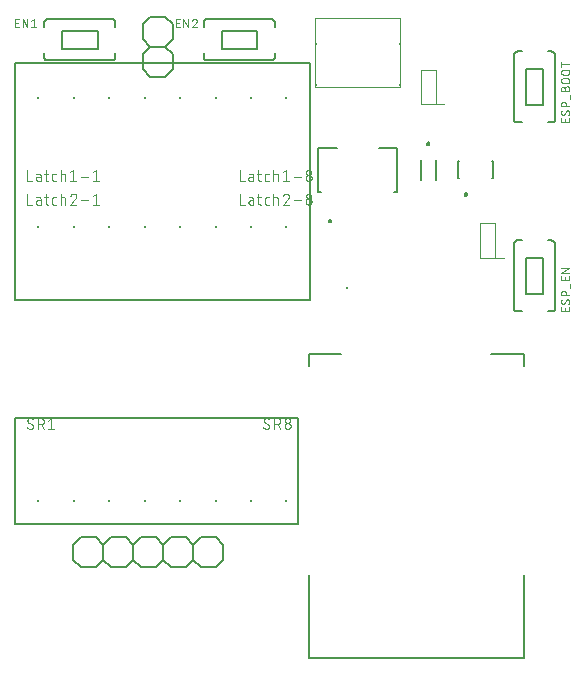
<source format=gbr>
G04 EAGLE Gerber RS-274X export*
G75*
%MOMM*%
%FSLAX34Y34*%
%LPD*%
%INSilkscreen Top*%
%IPPOS*%
%AMOC8*
5,1,8,0,0,1.08239X$1,22.5*%
G01*
%ADD10C,0.152400*%
%ADD11C,0.076200*%
%ADD12C,0.200000*%
%ADD13C,0.127000*%
%ADD14C,0.203200*%
%ADD15R,0.200000X0.200000*%
%ADD16C,0.100000*%


D10*
X10000Y450000D02*
X10000Y250000D01*
X260000Y250000D01*
X260000Y450000D01*
X10000Y450000D01*
D11*
X20381Y359619D02*
X20381Y350381D01*
X24487Y350381D01*
X29528Y353974D02*
X31837Y353974D01*
X29528Y353973D02*
X29445Y353971D01*
X29362Y353965D01*
X29280Y353956D01*
X29198Y353942D01*
X29117Y353925D01*
X29037Y353904D01*
X28957Y353880D01*
X28879Y353852D01*
X28803Y353820D01*
X28727Y353785D01*
X28654Y353746D01*
X28583Y353704D01*
X28513Y353659D01*
X28446Y353610D01*
X28381Y353559D01*
X28318Y353504D01*
X28258Y353447D01*
X28201Y353387D01*
X28146Y353324D01*
X28095Y353259D01*
X28046Y353192D01*
X28001Y353122D01*
X27959Y353051D01*
X27920Y352978D01*
X27885Y352902D01*
X27853Y352826D01*
X27825Y352748D01*
X27801Y352668D01*
X27780Y352588D01*
X27763Y352507D01*
X27749Y352425D01*
X27740Y352343D01*
X27734Y352260D01*
X27732Y352177D01*
X27734Y352094D01*
X27740Y352011D01*
X27749Y351929D01*
X27763Y351847D01*
X27780Y351766D01*
X27801Y351686D01*
X27825Y351606D01*
X27853Y351528D01*
X27885Y351452D01*
X27920Y351376D01*
X27959Y351303D01*
X28001Y351232D01*
X28046Y351162D01*
X28095Y351095D01*
X28146Y351030D01*
X28201Y350967D01*
X28258Y350907D01*
X28318Y350850D01*
X28381Y350795D01*
X28446Y350744D01*
X28513Y350695D01*
X28583Y350650D01*
X28654Y350608D01*
X28727Y350569D01*
X28803Y350534D01*
X28879Y350502D01*
X28957Y350474D01*
X29037Y350450D01*
X29117Y350429D01*
X29198Y350412D01*
X29280Y350398D01*
X29362Y350389D01*
X29445Y350383D01*
X29528Y350381D01*
X31837Y350381D01*
X31837Y355000D01*
X31838Y355000D02*
X31836Y355076D01*
X31831Y355151D01*
X31821Y355226D01*
X31808Y355300D01*
X31792Y355374D01*
X31772Y355447D01*
X31748Y355519D01*
X31721Y355589D01*
X31690Y355658D01*
X31656Y355726D01*
X31619Y355792D01*
X31578Y355856D01*
X31535Y355917D01*
X31488Y355977D01*
X31439Y356034D01*
X31387Y356089D01*
X31332Y356141D01*
X31275Y356190D01*
X31215Y356237D01*
X31154Y356280D01*
X31090Y356321D01*
X31024Y356358D01*
X30956Y356392D01*
X30887Y356423D01*
X30817Y356450D01*
X30745Y356474D01*
X30672Y356494D01*
X30598Y356510D01*
X30524Y356523D01*
X30449Y356533D01*
X30374Y356538D01*
X30298Y356540D01*
X28245Y356540D01*
X35119Y356540D02*
X38198Y356540D01*
X36145Y359619D02*
X36145Y351921D01*
X36147Y351845D01*
X36152Y351770D01*
X36162Y351695D01*
X36175Y351621D01*
X36191Y351547D01*
X36211Y351474D01*
X36235Y351402D01*
X36262Y351332D01*
X36293Y351263D01*
X36327Y351195D01*
X36364Y351129D01*
X36405Y351065D01*
X36448Y351004D01*
X36495Y350944D01*
X36544Y350887D01*
X36596Y350832D01*
X36651Y350780D01*
X36708Y350731D01*
X36768Y350684D01*
X36829Y350641D01*
X36893Y350600D01*
X36959Y350563D01*
X37027Y350529D01*
X37096Y350498D01*
X37166Y350471D01*
X37238Y350447D01*
X37311Y350427D01*
X37385Y350411D01*
X37459Y350398D01*
X37534Y350388D01*
X37609Y350383D01*
X37685Y350381D01*
X38198Y350381D01*
X43127Y350381D02*
X45180Y350381D01*
X43127Y350381D02*
X43051Y350383D01*
X42976Y350388D01*
X42901Y350398D01*
X42827Y350411D01*
X42753Y350427D01*
X42680Y350447D01*
X42608Y350471D01*
X42538Y350498D01*
X42469Y350529D01*
X42401Y350563D01*
X42335Y350600D01*
X42271Y350641D01*
X42210Y350684D01*
X42150Y350731D01*
X42093Y350780D01*
X42038Y350832D01*
X41986Y350887D01*
X41937Y350944D01*
X41890Y351004D01*
X41847Y351065D01*
X41806Y351129D01*
X41769Y351195D01*
X41735Y351263D01*
X41704Y351332D01*
X41677Y351402D01*
X41653Y351474D01*
X41633Y351547D01*
X41617Y351621D01*
X41604Y351695D01*
X41594Y351770D01*
X41589Y351845D01*
X41587Y351921D01*
X41587Y355000D01*
X41589Y355076D01*
X41594Y355151D01*
X41604Y355226D01*
X41617Y355300D01*
X41633Y355374D01*
X41653Y355447D01*
X41677Y355519D01*
X41704Y355589D01*
X41735Y355658D01*
X41769Y355726D01*
X41806Y355792D01*
X41847Y355856D01*
X41890Y355917D01*
X41937Y355977D01*
X41986Y356034D01*
X42038Y356089D01*
X42093Y356141D01*
X42150Y356190D01*
X42210Y356237D01*
X42271Y356280D01*
X42335Y356321D01*
X42401Y356358D01*
X42469Y356392D01*
X42538Y356423D01*
X42608Y356450D01*
X42680Y356474D01*
X42753Y356494D01*
X42827Y356510D01*
X42901Y356523D01*
X42976Y356533D01*
X43051Y356538D01*
X43127Y356540D01*
X45180Y356540D01*
X48777Y359619D02*
X48777Y350381D01*
X48777Y356540D02*
X51343Y356540D01*
X51419Y356538D01*
X51494Y356533D01*
X51569Y356523D01*
X51643Y356510D01*
X51717Y356494D01*
X51790Y356474D01*
X51862Y356450D01*
X51932Y356423D01*
X52001Y356392D01*
X52069Y356358D01*
X52135Y356321D01*
X52199Y356280D01*
X52260Y356237D01*
X52320Y356190D01*
X52377Y356141D01*
X52432Y356089D01*
X52484Y356034D01*
X52533Y355977D01*
X52580Y355917D01*
X52623Y355856D01*
X52664Y355792D01*
X52701Y355726D01*
X52735Y355658D01*
X52766Y355589D01*
X52793Y355519D01*
X52817Y355447D01*
X52837Y355374D01*
X52853Y355300D01*
X52866Y355226D01*
X52876Y355151D01*
X52881Y355076D01*
X52883Y355000D01*
X52883Y350381D01*
X56964Y357566D02*
X59530Y359619D01*
X59530Y350381D01*
X56964Y350381D02*
X62096Y350381D01*
X66050Y353974D02*
X72209Y353974D01*
X76163Y357566D02*
X78730Y359619D01*
X78730Y350381D01*
X81296Y350381D02*
X76163Y350381D01*
X200381Y350381D02*
X200381Y359619D01*
X200381Y350381D02*
X204487Y350381D01*
X209528Y353974D02*
X211837Y353974D01*
X209528Y353973D02*
X209445Y353971D01*
X209362Y353965D01*
X209280Y353956D01*
X209198Y353942D01*
X209117Y353925D01*
X209037Y353904D01*
X208957Y353880D01*
X208879Y353852D01*
X208803Y353820D01*
X208727Y353785D01*
X208654Y353746D01*
X208583Y353704D01*
X208513Y353659D01*
X208446Y353610D01*
X208381Y353559D01*
X208318Y353504D01*
X208258Y353447D01*
X208201Y353387D01*
X208146Y353324D01*
X208095Y353259D01*
X208046Y353192D01*
X208001Y353122D01*
X207959Y353051D01*
X207920Y352978D01*
X207885Y352902D01*
X207853Y352826D01*
X207825Y352748D01*
X207801Y352668D01*
X207780Y352588D01*
X207763Y352507D01*
X207749Y352425D01*
X207740Y352343D01*
X207734Y352260D01*
X207732Y352177D01*
X207734Y352094D01*
X207740Y352011D01*
X207749Y351929D01*
X207763Y351847D01*
X207780Y351766D01*
X207801Y351686D01*
X207825Y351606D01*
X207853Y351528D01*
X207885Y351452D01*
X207920Y351376D01*
X207959Y351303D01*
X208001Y351232D01*
X208046Y351162D01*
X208095Y351095D01*
X208146Y351030D01*
X208201Y350967D01*
X208258Y350907D01*
X208318Y350850D01*
X208381Y350795D01*
X208446Y350744D01*
X208513Y350695D01*
X208583Y350650D01*
X208654Y350608D01*
X208727Y350569D01*
X208803Y350534D01*
X208879Y350502D01*
X208957Y350474D01*
X209037Y350450D01*
X209117Y350429D01*
X209198Y350412D01*
X209280Y350398D01*
X209362Y350389D01*
X209445Y350383D01*
X209528Y350381D01*
X211837Y350381D01*
X211837Y355000D01*
X211838Y355000D02*
X211836Y355076D01*
X211831Y355151D01*
X211821Y355226D01*
X211808Y355300D01*
X211792Y355374D01*
X211772Y355447D01*
X211748Y355519D01*
X211721Y355589D01*
X211690Y355658D01*
X211656Y355726D01*
X211619Y355792D01*
X211578Y355856D01*
X211535Y355917D01*
X211488Y355977D01*
X211439Y356034D01*
X211387Y356089D01*
X211332Y356141D01*
X211275Y356190D01*
X211215Y356237D01*
X211154Y356280D01*
X211090Y356321D01*
X211024Y356358D01*
X210956Y356392D01*
X210887Y356423D01*
X210817Y356450D01*
X210745Y356474D01*
X210672Y356494D01*
X210598Y356510D01*
X210524Y356523D01*
X210449Y356533D01*
X210374Y356538D01*
X210298Y356540D01*
X208245Y356540D01*
X215119Y356540D02*
X218198Y356540D01*
X216145Y359619D02*
X216145Y351921D01*
X216147Y351845D01*
X216152Y351770D01*
X216162Y351695D01*
X216175Y351621D01*
X216191Y351547D01*
X216211Y351474D01*
X216235Y351402D01*
X216262Y351332D01*
X216293Y351263D01*
X216327Y351195D01*
X216364Y351129D01*
X216405Y351065D01*
X216448Y351004D01*
X216495Y350944D01*
X216544Y350887D01*
X216596Y350832D01*
X216651Y350780D01*
X216708Y350731D01*
X216768Y350684D01*
X216829Y350641D01*
X216893Y350600D01*
X216959Y350563D01*
X217027Y350529D01*
X217096Y350498D01*
X217166Y350471D01*
X217238Y350447D01*
X217311Y350427D01*
X217385Y350411D01*
X217459Y350398D01*
X217534Y350388D01*
X217609Y350383D01*
X217685Y350381D01*
X218198Y350381D01*
X223127Y350381D02*
X225180Y350381D01*
X223127Y350381D02*
X223051Y350383D01*
X222976Y350388D01*
X222901Y350398D01*
X222827Y350411D01*
X222753Y350427D01*
X222680Y350447D01*
X222608Y350471D01*
X222538Y350498D01*
X222469Y350529D01*
X222401Y350563D01*
X222335Y350600D01*
X222271Y350641D01*
X222210Y350684D01*
X222150Y350731D01*
X222093Y350780D01*
X222038Y350832D01*
X221986Y350887D01*
X221937Y350944D01*
X221890Y351004D01*
X221847Y351065D01*
X221806Y351129D01*
X221769Y351195D01*
X221735Y351263D01*
X221704Y351332D01*
X221677Y351402D01*
X221653Y351474D01*
X221633Y351547D01*
X221617Y351621D01*
X221604Y351695D01*
X221594Y351770D01*
X221589Y351845D01*
X221587Y351921D01*
X221587Y355000D01*
X221589Y355076D01*
X221594Y355151D01*
X221604Y355226D01*
X221617Y355300D01*
X221633Y355374D01*
X221653Y355447D01*
X221677Y355519D01*
X221704Y355589D01*
X221735Y355658D01*
X221769Y355726D01*
X221806Y355792D01*
X221847Y355856D01*
X221890Y355917D01*
X221937Y355977D01*
X221986Y356034D01*
X222038Y356089D01*
X222093Y356141D01*
X222150Y356190D01*
X222210Y356237D01*
X222271Y356280D01*
X222335Y356321D01*
X222401Y356358D01*
X222469Y356392D01*
X222538Y356423D01*
X222608Y356450D01*
X222680Y356474D01*
X222753Y356494D01*
X222827Y356510D01*
X222901Y356523D01*
X222976Y356533D01*
X223051Y356538D01*
X223127Y356540D01*
X225180Y356540D01*
X228777Y359619D02*
X228777Y350381D01*
X228777Y356540D02*
X231343Y356540D01*
X231419Y356538D01*
X231494Y356533D01*
X231569Y356523D01*
X231643Y356510D01*
X231717Y356494D01*
X231790Y356474D01*
X231862Y356450D01*
X231932Y356423D01*
X232001Y356392D01*
X232069Y356358D01*
X232135Y356321D01*
X232199Y356280D01*
X232260Y356237D01*
X232320Y356190D01*
X232377Y356141D01*
X232432Y356089D01*
X232484Y356034D01*
X232533Y355977D01*
X232580Y355917D01*
X232623Y355856D01*
X232664Y355792D01*
X232701Y355726D01*
X232735Y355658D01*
X232766Y355589D01*
X232793Y355519D01*
X232817Y355447D01*
X232837Y355374D01*
X232853Y355300D01*
X232866Y355226D01*
X232876Y355151D01*
X232881Y355076D01*
X232883Y355000D01*
X232883Y350381D01*
X236964Y357566D02*
X239530Y359619D01*
X239530Y350381D01*
X236964Y350381D02*
X242096Y350381D01*
X246050Y353974D02*
X252209Y353974D01*
X256164Y352947D02*
X256166Y353046D01*
X256172Y353146D01*
X256181Y353245D01*
X256195Y353343D01*
X256212Y353441D01*
X256233Y353539D01*
X256258Y353635D01*
X256287Y353730D01*
X256319Y353825D01*
X256355Y353917D01*
X256394Y354009D01*
X256437Y354099D01*
X256483Y354187D01*
X256533Y354273D01*
X256586Y354357D01*
X256642Y354439D01*
X256702Y354519D01*
X256764Y354596D01*
X256830Y354671D01*
X256898Y354744D01*
X256969Y354813D01*
X257043Y354880D01*
X257119Y354944D01*
X257198Y355005D01*
X257279Y355063D01*
X257362Y355118D01*
X257447Y355169D01*
X257534Y355217D01*
X257623Y355262D01*
X257714Y355303D01*
X257806Y355341D01*
X257899Y355375D01*
X257994Y355405D01*
X258090Y355432D01*
X258187Y355455D01*
X258284Y355474D01*
X258383Y355489D01*
X258482Y355501D01*
X258581Y355509D01*
X258680Y355513D01*
X258780Y355513D01*
X258879Y355509D01*
X258978Y355501D01*
X259077Y355489D01*
X259176Y355474D01*
X259273Y355455D01*
X259370Y355432D01*
X259466Y355405D01*
X259561Y355375D01*
X259654Y355341D01*
X259746Y355303D01*
X259837Y355262D01*
X259926Y355217D01*
X260013Y355169D01*
X260098Y355118D01*
X260181Y355063D01*
X260262Y355005D01*
X260341Y354944D01*
X260417Y354880D01*
X260491Y354813D01*
X260562Y354744D01*
X260630Y354671D01*
X260696Y354596D01*
X260758Y354519D01*
X260818Y354439D01*
X260874Y354357D01*
X260927Y354273D01*
X260977Y354187D01*
X261023Y354099D01*
X261066Y354009D01*
X261105Y353917D01*
X261141Y353825D01*
X261173Y353730D01*
X261202Y353635D01*
X261227Y353539D01*
X261248Y353441D01*
X261265Y353343D01*
X261279Y353245D01*
X261288Y353146D01*
X261294Y353046D01*
X261296Y352947D01*
X261294Y352848D01*
X261288Y352748D01*
X261279Y352649D01*
X261265Y352551D01*
X261248Y352453D01*
X261227Y352355D01*
X261202Y352259D01*
X261173Y352164D01*
X261141Y352069D01*
X261105Y351977D01*
X261066Y351885D01*
X261023Y351795D01*
X260977Y351707D01*
X260927Y351621D01*
X260874Y351537D01*
X260818Y351455D01*
X260758Y351375D01*
X260696Y351298D01*
X260630Y351223D01*
X260562Y351150D01*
X260491Y351081D01*
X260417Y351014D01*
X260341Y350950D01*
X260262Y350889D01*
X260181Y350831D01*
X260098Y350776D01*
X260013Y350725D01*
X259926Y350677D01*
X259837Y350632D01*
X259746Y350591D01*
X259654Y350553D01*
X259561Y350519D01*
X259466Y350489D01*
X259370Y350462D01*
X259273Y350439D01*
X259176Y350420D01*
X259077Y350405D01*
X258978Y350393D01*
X258879Y350385D01*
X258780Y350381D01*
X258680Y350381D01*
X258581Y350385D01*
X258482Y350393D01*
X258383Y350405D01*
X258284Y350420D01*
X258187Y350439D01*
X258090Y350462D01*
X257994Y350489D01*
X257899Y350519D01*
X257806Y350553D01*
X257714Y350591D01*
X257623Y350632D01*
X257534Y350677D01*
X257447Y350725D01*
X257362Y350776D01*
X257279Y350831D01*
X257198Y350889D01*
X257119Y350950D01*
X257043Y351014D01*
X256969Y351081D01*
X256898Y351150D01*
X256830Y351223D01*
X256764Y351298D01*
X256702Y351375D01*
X256642Y351455D01*
X256586Y351537D01*
X256533Y351621D01*
X256483Y351707D01*
X256437Y351795D01*
X256394Y351885D01*
X256355Y351977D01*
X256319Y352069D01*
X256287Y352164D01*
X256258Y352259D01*
X256233Y352355D01*
X256212Y352453D01*
X256195Y352551D01*
X256181Y352649D01*
X256172Y352748D01*
X256166Y352848D01*
X256164Y352947D01*
X256677Y357566D02*
X256679Y357656D01*
X256685Y357745D01*
X256695Y357834D01*
X256708Y357922D01*
X256726Y358010D01*
X256747Y358097D01*
X256772Y358183D01*
X256801Y358268D01*
X256833Y358352D01*
X256869Y358434D01*
X256909Y358514D01*
X256952Y358593D01*
X256999Y358669D01*
X257048Y358744D01*
X257101Y358816D01*
X257157Y358886D01*
X257216Y358953D01*
X257278Y359018D01*
X257343Y359080D01*
X257410Y359139D01*
X257480Y359195D01*
X257552Y359248D01*
X257627Y359297D01*
X257704Y359344D01*
X257782Y359387D01*
X257862Y359427D01*
X257944Y359463D01*
X258028Y359495D01*
X258113Y359524D01*
X258199Y359549D01*
X258286Y359570D01*
X258374Y359588D01*
X258462Y359601D01*
X258551Y359611D01*
X258640Y359617D01*
X258730Y359619D01*
X258820Y359617D01*
X258909Y359611D01*
X258998Y359601D01*
X259086Y359588D01*
X259174Y359570D01*
X259261Y359549D01*
X259347Y359524D01*
X259432Y359495D01*
X259516Y359463D01*
X259598Y359427D01*
X259678Y359387D01*
X259757Y359344D01*
X259833Y359297D01*
X259908Y359248D01*
X259980Y359195D01*
X260050Y359139D01*
X260117Y359080D01*
X260182Y359018D01*
X260244Y358953D01*
X260303Y358886D01*
X260359Y358816D01*
X260412Y358744D01*
X260461Y358669D01*
X260508Y358593D01*
X260551Y358514D01*
X260591Y358434D01*
X260627Y358352D01*
X260659Y358268D01*
X260688Y358183D01*
X260713Y358097D01*
X260734Y358010D01*
X260752Y357922D01*
X260765Y357834D01*
X260775Y357745D01*
X260781Y357656D01*
X260783Y357566D01*
X260781Y357476D01*
X260775Y357387D01*
X260765Y357298D01*
X260752Y357210D01*
X260734Y357122D01*
X260713Y357035D01*
X260688Y356949D01*
X260659Y356864D01*
X260627Y356780D01*
X260591Y356698D01*
X260551Y356618D01*
X260508Y356540D01*
X260461Y356463D01*
X260412Y356388D01*
X260359Y356316D01*
X260303Y356246D01*
X260244Y356179D01*
X260182Y356114D01*
X260117Y356052D01*
X260050Y355993D01*
X259980Y355937D01*
X259908Y355884D01*
X259833Y355835D01*
X259757Y355788D01*
X259678Y355745D01*
X259598Y355705D01*
X259516Y355669D01*
X259432Y355637D01*
X259347Y355608D01*
X259261Y355583D01*
X259174Y355562D01*
X259086Y355544D01*
X258998Y355531D01*
X258909Y355521D01*
X258820Y355515D01*
X258730Y355513D01*
X258640Y355515D01*
X258551Y355521D01*
X258462Y355531D01*
X258374Y355544D01*
X258286Y355562D01*
X258199Y355583D01*
X258113Y355608D01*
X258028Y355637D01*
X257944Y355669D01*
X257862Y355705D01*
X257782Y355745D01*
X257704Y355788D01*
X257627Y355835D01*
X257552Y355884D01*
X257480Y355937D01*
X257410Y355993D01*
X257343Y356052D01*
X257278Y356114D01*
X257216Y356179D01*
X257157Y356246D01*
X257101Y356316D01*
X257048Y356388D01*
X256999Y356463D01*
X256952Y356540D01*
X256909Y356618D01*
X256869Y356698D01*
X256833Y356780D01*
X256801Y356864D01*
X256772Y356949D01*
X256747Y357035D01*
X256726Y357122D01*
X256708Y357210D01*
X256695Y357298D01*
X256685Y357387D01*
X256679Y357476D01*
X256677Y357566D01*
X20381Y339619D02*
X20381Y330381D01*
X24487Y330381D01*
X29528Y333974D02*
X31837Y333974D01*
X29528Y333973D02*
X29445Y333971D01*
X29362Y333965D01*
X29280Y333956D01*
X29198Y333942D01*
X29117Y333925D01*
X29037Y333904D01*
X28957Y333880D01*
X28879Y333852D01*
X28803Y333820D01*
X28727Y333785D01*
X28654Y333746D01*
X28583Y333704D01*
X28513Y333659D01*
X28446Y333610D01*
X28381Y333559D01*
X28318Y333504D01*
X28258Y333447D01*
X28201Y333387D01*
X28146Y333324D01*
X28095Y333259D01*
X28046Y333192D01*
X28001Y333122D01*
X27959Y333051D01*
X27920Y332978D01*
X27885Y332902D01*
X27853Y332826D01*
X27825Y332748D01*
X27801Y332668D01*
X27780Y332588D01*
X27763Y332507D01*
X27749Y332425D01*
X27740Y332343D01*
X27734Y332260D01*
X27732Y332177D01*
X27734Y332094D01*
X27740Y332011D01*
X27749Y331929D01*
X27763Y331847D01*
X27780Y331766D01*
X27801Y331686D01*
X27825Y331606D01*
X27853Y331528D01*
X27885Y331452D01*
X27920Y331376D01*
X27959Y331303D01*
X28001Y331232D01*
X28046Y331162D01*
X28095Y331095D01*
X28146Y331030D01*
X28201Y330967D01*
X28258Y330907D01*
X28318Y330850D01*
X28381Y330795D01*
X28446Y330744D01*
X28513Y330695D01*
X28583Y330650D01*
X28654Y330608D01*
X28727Y330569D01*
X28803Y330534D01*
X28879Y330502D01*
X28957Y330474D01*
X29037Y330450D01*
X29117Y330429D01*
X29198Y330412D01*
X29280Y330398D01*
X29362Y330389D01*
X29445Y330383D01*
X29528Y330381D01*
X31837Y330381D01*
X31837Y335000D01*
X31838Y335000D02*
X31836Y335076D01*
X31831Y335151D01*
X31821Y335226D01*
X31808Y335300D01*
X31792Y335374D01*
X31772Y335447D01*
X31748Y335519D01*
X31721Y335589D01*
X31690Y335658D01*
X31656Y335726D01*
X31619Y335792D01*
X31578Y335856D01*
X31535Y335917D01*
X31488Y335977D01*
X31439Y336034D01*
X31387Y336089D01*
X31332Y336141D01*
X31275Y336190D01*
X31215Y336237D01*
X31154Y336280D01*
X31090Y336321D01*
X31024Y336358D01*
X30956Y336392D01*
X30887Y336423D01*
X30817Y336450D01*
X30745Y336474D01*
X30672Y336494D01*
X30598Y336510D01*
X30524Y336523D01*
X30449Y336533D01*
X30374Y336538D01*
X30298Y336540D01*
X28245Y336540D01*
X35119Y336540D02*
X38198Y336540D01*
X36145Y339619D02*
X36145Y331921D01*
X36147Y331845D01*
X36152Y331770D01*
X36162Y331695D01*
X36175Y331621D01*
X36191Y331547D01*
X36211Y331474D01*
X36235Y331402D01*
X36262Y331332D01*
X36293Y331263D01*
X36327Y331195D01*
X36364Y331129D01*
X36405Y331065D01*
X36448Y331004D01*
X36495Y330944D01*
X36544Y330887D01*
X36596Y330832D01*
X36651Y330780D01*
X36708Y330731D01*
X36768Y330684D01*
X36829Y330641D01*
X36893Y330600D01*
X36959Y330563D01*
X37027Y330529D01*
X37096Y330498D01*
X37166Y330471D01*
X37238Y330447D01*
X37311Y330427D01*
X37385Y330411D01*
X37459Y330398D01*
X37534Y330388D01*
X37609Y330383D01*
X37685Y330381D01*
X38198Y330381D01*
X43127Y330381D02*
X45180Y330381D01*
X43127Y330381D02*
X43051Y330383D01*
X42976Y330388D01*
X42901Y330398D01*
X42827Y330411D01*
X42753Y330427D01*
X42680Y330447D01*
X42608Y330471D01*
X42538Y330498D01*
X42469Y330529D01*
X42401Y330563D01*
X42335Y330600D01*
X42271Y330641D01*
X42210Y330684D01*
X42150Y330731D01*
X42093Y330780D01*
X42038Y330832D01*
X41986Y330887D01*
X41937Y330944D01*
X41890Y331004D01*
X41847Y331065D01*
X41806Y331129D01*
X41769Y331195D01*
X41735Y331263D01*
X41704Y331332D01*
X41677Y331402D01*
X41653Y331474D01*
X41633Y331547D01*
X41617Y331621D01*
X41604Y331695D01*
X41594Y331770D01*
X41589Y331845D01*
X41587Y331921D01*
X41587Y335000D01*
X41589Y335076D01*
X41594Y335151D01*
X41604Y335226D01*
X41617Y335300D01*
X41633Y335374D01*
X41653Y335447D01*
X41677Y335519D01*
X41704Y335589D01*
X41735Y335658D01*
X41769Y335726D01*
X41806Y335792D01*
X41847Y335856D01*
X41890Y335917D01*
X41937Y335977D01*
X41986Y336034D01*
X42038Y336089D01*
X42093Y336141D01*
X42150Y336190D01*
X42210Y336237D01*
X42271Y336280D01*
X42335Y336321D01*
X42401Y336358D01*
X42469Y336392D01*
X42538Y336423D01*
X42608Y336450D01*
X42680Y336474D01*
X42753Y336494D01*
X42827Y336510D01*
X42901Y336523D01*
X42976Y336533D01*
X43051Y336538D01*
X43127Y336540D01*
X45180Y336540D01*
X48777Y339619D02*
X48777Y330381D01*
X48777Y336540D02*
X51343Y336540D01*
X51419Y336538D01*
X51494Y336533D01*
X51569Y336523D01*
X51643Y336510D01*
X51717Y336494D01*
X51790Y336474D01*
X51862Y336450D01*
X51932Y336423D01*
X52001Y336392D01*
X52069Y336358D01*
X52135Y336321D01*
X52199Y336280D01*
X52260Y336237D01*
X52320Y336190D01*
X52377Y336141D01*
X52432Y336089D01*
X52484Y336034D01*
X52533Y335977D01*
X52580Y335917D01*
X52623Y335856D01*
X52664Y335792D01*
X52701Y335726D01*
X52735Y335658D01*
X52766Y335589D01*
X52793Y335519D01*
X52817Y335447D01*
X52837Y335374D01*
X52853Y335300D01*
X52866Y335226D01*
X52876Y335151D01*
X52881Y335076D01*
X52883Y335000D01*
X52883Y330381D01*
X62096Y337309D02*
X62094Y337402D01*
X62089Y337495D01*
X62079Y337587D01*
X62066Y337680D01*
X62049Y337771D01*
X62029Y337862D01*
X62005Y337952D01*
X61977Y338041D01*
X61946Y338128D01*
X61911Y338214D01*
X61873Y338299D01*
X61831Y338383D01*
X61787Y338464D01*
X61738Y338544D01*
X61687Y338621D01*
X61633Y338697D01*
X61575Y338770D01*
X61515Y338841D01*
X61452Y338909D01*
X61386Y338975D01*
X61318Y339038D01*
X61247Y339098D01*
X61174Y339156D01*
X61098Y339210D01*
X61021Y339261D01*
X60941Y339310D01*
X60860Y339354D01*
X60776Y339396D01*
X60691Y339434D01*
X60605Y339469D01*
X60518Y339500D01*
X60429Y339528D01*
X60339Y339552D01*
X60248Y339572D01*
X60157Y339589D01*
X60064Y339602D01*
X59972Y339612D01*
X59879Y339617D01*
X59786Y339619D01*
X59679Y339617D01*
X59573Y339611D01*
X59467Y339602D01*
X59361Y339588D01*
X59256Y339571D01*
X59151Y339550D01*
X59048Y339526D01*
X58945Y339497D01*
X58843Y339465D01*
X58743Y339430D01*
X58644Y339390D01*
X58546Y339347D01*
X58450Y339301D01*
X58356Y339251D01*
X58263Y339198D01*
X58173Y339142D01*
X58084Y339082D01*
X57998Y339020D01*
X57914Y338954D01*
X57833Y338885D01*
X57754Y338814D01*
X57677Y338739D01*
X57604Y338662D01*
X57533Y338583D01*
X57465Y338500D01*
X57400Y338416D01*
X57338Y338329D01*
X57280Y338240D01*
X57224Y338149D01*
X57172Y338056D01*
X57123Y337961D01*
X57078Y337865D01*
X57036Y337766D01*
X56998Y337667D01*
X56963Y337566D01*
X61326Y335512D02*
X61394Y335580D01*
X61459Y335650D01*
X61522Y335722D01*
X61582Y335797D01*
X61639Y335874D01*
X61692Y335953D01*
X61743Y336034D01*
X61791Y336117D01*
X61835Y336201D01*
X61876Y336288D01*
X61914Y336376D01*
X61948Y336465D01*
X61979Y336556D01*
X62006Y336647D01*
X62030Y336740D01*
X62050Y336834D01*
X62067Y336928D01*
X62079Y337023D01*
X62089Y337118D01*
X62094Y337213D01*
X62096Y337309D01*
X61326Y335513D02*
X56964Y330381D01*
X62096Y330381D01*
X66050Y333974D02*
X72209Y333974D01*
X76163Y337566D02*
X78730Y339619D01*
X78730Y330381D01*
X81296Y330381D02*
X76163Y330381D01*
X200381Y330381D02*
X200381Y339619D01*
X200381Y330381D02*
X204487Y330381D01*
X209528Y333974D02*
X211837Y333974D01*
X209528Y333973D02*
X209445Y333971D01*
X209362Y333965D01*
X209280Y333956D01*
X209198Y333942D01*
X209117Y333925D01*
X209037Y333904D01*
X208957Y333880D01*
X208879Y333852D01*
X208803Y333820D01*
X208727Y333785D01*
X208654Y333746D01*
X208583Y333704D01*
X208513Y333659D01*
X208446Y333610D01*
X208381Y333559D01*
X208318Y333504D01*
X208258Y333447D01*
X208201Y333387D01*
X208146Y333324D01*
X208095Y333259D01*
X208046Y333192D01*
X208001Y333122D01*
X207959Y333051D01*
X207920Y332978D01*
X207885Y332902D01*
X207853Y332826D01*
X207825Y332748D01*
X207801Y332668D01*
X207780Y332588D01*
X207763Y332507D01*
X207749Y332425D01*
X207740Y332343D01*
X207734Y332260D01*
X207732Y332177D01*
X207734Y332094D01*
X207740Y332011D01*
X207749Y331929D01*
X207763Y331847D01*
X207780Y331766D01*
X207801Y331686D01*
X207825Y331606D01*
X207853Y331528D01*
X207885Y331452D01*
X207920Y331376D01*
X207959Y331303D01*
X208001Y331232D01*
X208046Y331162D01*
X208095Y331095D01*
X208146Y331030D01*
X208201Y330967D01*
X208258Y330907D01*
X208318Y330850D01*
X208381Y330795D01*
X208446Y330744D01*
X208513Y330695D01*
X208583Y330650D01*
X208654Y330608D01*
X208727Y330569D01*
X208803Y330534D01*
X208879Y330502D01*
X208957Y330474D01*
X209037Y330450D01*
X209117Y330429D01*
X209198Y330412D01*
X209280Y330398D01*
X209362Y330389D01*
X209445Y330383D01*
X209528Y330381D01*
X211837Y330381D01*
X211837Y335000D01*
X211838Y335000D02*
X211836Y335076D01*
X211831Y335151D01*
X211821Y335226D01*
X211808Y335300D01*
X211792Y335374D01*
X211772Y335447D01*
X211748Y335519D01*
X211721Y335589D01*
X211690Y335658D01*
X211656Y335726D01*
X211619Y335792D01*
X211578Y335856D01*
X211535Y335917D01*
X211488Y335977D01*
X211439Y336034D01*
X211387Y336089D01*
X211332Y336141D01*
X211275Y336190D01*
X211215Y336237D01*
X211154Y336280D01*
X211090Y336321D01*
X211024Y336358D01*
X210956Y336392D01*
X210887Y336423D01*
X210817Y336450D01*
X210745Y336474D01*
X210672Y336494D01*
X210598Y336510D01*
X210524Y336523D01*
X210449Y336533D01*
X210374Y336538D01*
X210298Y336540D01*
X208245Y336540D01*
X215119Y336540D02*
X218198Y336540D01*
X216145Y339619D02*
X216145Y331921D01*
X216147Y331845D01*
X216152Y331770D01*
X216162Y331695D01*
X216175Y331621D01*
X216191Y331547D01*
X216211Y331474D01*
X216235Y331402D01*
X216262Y331332D01*
X216293Y331263D01*
X216327Y331195D01*
X216364Y331129D01*
X216405Y331065D01*
X216448Y331004D01*
X216495Y330944D01*
X216544Y330887D01*
X216596Y330832D01*
X216651Y330780D01*
X216708Y330731D01*
X216768Y330684D01*
X216829Y330641D01*
X216893Y330600D01*
X216959Y330563D01*
X217027Y330529D01*
X217096Y330498D01*
X217166Y330471D01*
X217238Y330447D01*
X217311Y330427D01*
X217385Y330411D01*
X217459Y330398D01*
X217534Y330388D01*
X217609Y330383D01*
X217685Y330381D01*
X218198Y330381D01*
X223127Y330381D02*
X225180Y330381D01*
X223127Y330381D02*
X223051Y330383D01*
X222976Y330388D01*
X222901Y330398D01*
X222827Y330411D01*
X222753Y330427D01*
X222680Y330447D01*
X222608Y330471D01*
X222538Y330498D01*
X222469Y330529D01*
X222401Y330563D01*
X222335Y330600D01*
X222271Y330641D01*
X222210Y330684D01*
X222150Y330731D01*
X222093Y330780D01*
X222038Y330832D01*
X221986Y330887D01*
X221937Y330944D01*
X221890Y331004D01*
X221847Y331065D01*
X221806Y331129D01*
X221769Y331195D01*
X221735Y331263D01*
X221704Y331332D01*
X221677Y331402D01*
X221653Y331474D01*
X221633Y331547D01*
X221617Y331621D01*
X221604Y331695D01*
X221594Y331770D01*
X221589Y331845D01*
X221587Y331921D01*
X221587Y335000D01*
X221589Y335076D01*
X221594Y335151D01*
X221604Y335226D01*
X221617Y335300D01*
X221633Y335374D01*
X221653Y335447D01*
X221677Y335519D01*
X221704Y335589D01*
X221735Y335658D01*
X221769Y335726D01*
X221806Y335792D01*
X221847Y335856D01*
X221890Y335917D01*
X221937Y335977D01*
X221986Y336034D01*
X222038Y336089D01*
X222093Y336141D01*
X222150Y336190D01*
X222210Y336237D01*
X222271Y336280D01*
X222335Y336321D01*
X222401Y336358D01*
X222469Y336392D01*
X222538Y336423D01*
X222608Y336450D01*
X222680Y336474D01*
X222753Y336494D01*
X222827Y336510D01*
X222901Y336523D01*
X222976Y336533D01*
X223051Y336538D01*
X223127Y336540D01*
X225180Y336540D01*
X228777Y339619D02*
X228777Y330381D01*
X228777Y336540D02*
X231343Y336540D01*
X231419Y336538D01*
X231494Y336533D01*
X231569Y336523D01*
X231643Y336510D01*
X231717Y336494D01*
X231790Y336474D01*
X231862Y336450D01*
X231932Y336423D01*
X232001Y336392D01*
X232069Y336358D01*
X232135Y336321D01*
X232199Y336280D01*
X232260Y336237D01*
X232320Y336190D01*
X232377Y336141D01*
X232432Y336089D01*
X232484Y336034D01*
X232533Y335977D01*
X232580Y335917D01*
X232623Y335856D01*
X232664Y335792D01*
X232701Y335726D01*
X232735Y335658D01*
X232766Y335589D01*
X232793Y335519D01*
X232817Y335447D01*
X232837Y335374D01*
X232853Y335300D01*
X232866Y335226D01*
X232876Y335151D01*
X232881Y335076D01*
X232883Y335000D01*
X232883Y330381D01*
X242096Y337309D02*
X242094Y337402D01*
X242089Y337495D01*
X242079Y337587D01*
X242066Y337680D01*
X242049Y337771D01*
X242029Y337862D01*
X242005Y337952D01*
X241977Y338041D01*
X241946Y338128D01*
X241911Y338214D01*
X241873Y338299D01*
X241831Y338383D01*
X241787Y338464D01*
X241738Y338544D01*
X241687Y338621D01*
X241633Y338697D01*
X241575Y338770D01*
X241515Y338841D01*
X241452Y338909D01*
X241386Y338975D01*
X241318Y339038D01*
X241247Y339098D01*
X241174Y339156D01*
X241098Y339210D01*
X241021Y339261D01*
X240941Y339310D01*
X240860Y339354D01*
X240776Y339396D01*
X240691Y339434D01*
X240605Y339469D01*
X240518Y339500D01*
X240429Y339528D01*
X240339Y339552D01*
X240248Y339572D01*
X240157Y339589D01*
X240064Y339602D01*
X239972Y339612D01*
X239879Y339617D01*
X239786Y339619D01*
X239679Y339617D01*
X239573Y339611D01*
X239467Y339602D01*
X239361Y339588D01*
X239256Y339571D01*
X239151Y339550D01*
X239048Y339526D01*
X238945Y339497D01*
X238843Y339465D01*
X238743Y339430D01*
X238644Y339390D01*
X238546Y339347D01*
X238450Y339301D01*
X238356Y339251D01*
X238263Y339198D01*
X238173Y339142D01*
X238084Y339082D01*
X237998Y339020D01*
X237914Y338954D01*
X237833Y338885D01*
X237754Y338814D01*
X237677Y338739D01*
X237604Y338662D01*
X237533Y338583D01*
X237465Y338500D01*
X237400Y338416D01*
X237338Y338329D01*
X237280Y338240D01*
X237224Y338149D01*
X237172Y338056D01*
X237123Y337961D01*
X237078Y337865D01*
X237036Y337766D01*
X236998Y337667D01*
X236963Y337566D01*
X241326Y335512D02*
X241394Y335580D01*
X241459Y335650D01*
X241522Y335722D01*
X241582Y335797D01*
X241639Y335874D01*
X241692Y335953D01*
X241743Y336034D01*
X241791Y336117D01*
X241835Y336201D01*
X241876Y336288D01*
X241914Y336376D01*
X241948Y336465D01*
X241979Y336556D01*
X242006Y336647D01*
X242030Y336740D01*
X242050Y336834D01*
X242067Y336928D01*
X242079Y337023D01*
X242089Y337118D01*
X242094Y337213D01*
X242096Y337309D01*
X241326Y335513D02*
X236964Y330381D01*
X242096Y330381D01*
X246050Y333974D02*
X252209Y333974D01*
X256164Y332947D02*
X256166Y333046D01*
X256172Y333146D01*
X256181Y333245D01*
X256195Y333343D01*
X256212Y333441D01*
X256233Y333539D01*
X256258Y333635D01*
X256287Y333730D01*
X256319Y333825D01*
X256355Y333917D01*
X256394Y334009D01*
X256437Y334099D01*
X256483Y334187D01*
X256533Y334273D01*
X256586Y334357D01*
X256642Y334439D01*
X256702Y334519D01*
X256764Y334596D01*
X256830Y334671D01*
X256898Y334744D01*
X256969Y334813D01*
X257043Y334880D01*
X257119Y334944D01*
X257198Y335005D01*
X257279Y335063D01*
X257362Y335118D01*
X257447Y335169D01*
X257534Y335217D01*
X257623Y335262D01*
X257714Y335303D01*
X257806Y335341D01*
X257899Y335375D01*
X257994Y335405D01*
X258090Y335432D01*
X258187Y335455D01*
X258284Y335474D01*
X258383Y335489D01*
X258482Y335501D01*
X258581Y335509D01*
X258680Y335513D01*
X258780Y335513D01*
X258879Y335509D01*
X258978Y335501D01*
X259077Y335489D01*
X259176Y335474D01*
X259273Y335455D01*
X259370Y335432D01*
X259466Y335405D01*
X259561Y335375D01*
X259654Y335341D01*
X259746Y335303D01*
X259837Y335262D01*
X259926Y335217D01*
X260013Y335169D01*
X260098Y335118D01*
X260181Y335063D01*
X260262Y335005D01*
X260341Y334944D01*
X260417Y334880D01*
X260491Y334813D01*
X260562Y334744D01*
X260630Y334671D01*
X260696Y334596D01*
X260758Y334519D01*
X260818Y334439D01*
X260874Y334357D01*
X260927Y334273D01*
X260977Y334187D01*
X261023Y334099D01*
X261066Y334009D01*
X261105Y333917D01*
X261141Y333825D01*
X261173Y333730D01*
X261202Y333635D01*
X261227Y333539D01*
X261248Y333441D01*
X261265Y333343D01*
X261279Y333245D01*
X261288Y333146D01*
X261294Y333046D01*
X261296Y332947D01*
X261294Y332848D01*
X261288Y332748D01*
X261279Y332649D01*
X261265Y332551D01*
X261248Y332453D01*
X261227Y332355D01*
X261202Y332259D01*
X261173Y332164D01*
X261141Y332069D01*
X261105Y331977D01*
X261066Y331885D01*
X261023Y331795D01*
X260977Y331707D01*
X260927Y331621D01*
X260874Y331537D01*
X260818Y331455D01*
X260758Y331375D01*
X260696Y331298D01*
X260630Y331223D01*
X260562Y331150D01*
X260491Y331081D01*
X260417Y331014D01*
X260341Y330950D01*
X260262Y330889D01*
X260181Y330831D01*
X260098Y330776D01*
X260013Y330725D01*
X259926Y330677D01*
X259837Y330632D01*
X259746Y330591D01*
X259654Y330553D01*
X259561Y330519D01*
X259466Y330489D01*
X259370Y330462D01*
X259273Y330439D01*
X259176Y330420D01*
X259077Y330405D01*
X258978Y330393D01*
X258879Y330385D01*
X258780Y330381D01*
X258680Y330381D01*
X258581Y330385D01*
X258482Y330393D01*
X258383Y330405D01*
X258284Y330420D01*
X258187Y330439D01*
X258090Y330462D01*
X257994Y330489D01*
X257899Y330519D01*
X257806Y330553D01*
X257714Y330591D01*
X257623Y330632D01*
X257534Y330677D01*
X257447Y330725D01*
X257362Y330776D01*
X257279Y330831D01*
X257198Y330889D01*
X257119Y330950D01*
X257043Y331014D01*
X256969Y331081D01*
X256898Y331150D01*
X256830Y331223D01*
X256764Y331298D01*
X256702Y331375D01*
X256642Y331455D01*
X256586Y331537D01*
X256533Y331621D01*
X256483Y331707D01*
X256437Y331795D01*
X256394Y331885D01*
X256355Y331977D01*
X256319Y332069D01*
X256287Y332164D01*
X256258Y332259D01*
X256233Y332355D01*
X256212Y332453D01*
X256195Y332551D01*
X256181Y332649D01*
X256172Y332748D01*
X256166Y332848D01*
X256164Y332947D01*
X256677Y337566D02*
X256679Y337656D01*
X256685Y337745D01*
X256695Y337834D01*
X256708Y337922D01*
X256726Y338010D01*
X256747Y338097D01*
X256772Y338183D01*
X256801Y338268D01*
X256833Y338352D01*
X256869Y338434D01*
X256909Y338514D01*
X256952Y338593D01*
X256999Y338669D01*
X257048Y338744D01*
X257101Y338816D01*
X257157Y338886D01*
X257216Y338953D01*
X257278Y339018D01*
X257343Y339080D01*
X257410Y339139D01*
X257480Y339195D01*
X257552Y339248D01*
X257627Y339297D01*
X257704Y339344D01*
X257782Y339387D01*
X257862Y339427D01*
X257944Y339463D01*
X258028Y339495D01*
X258113Y339524D01*
X258199Y339549D01*
X258286Y339570D01*
X258374Y339588D01*
X258462Y339601D01*
X258551Y339611D01*
X258640Y339617D01*
X258730Y339619D01*
X258820Y339617D01*
X258909Y339611D01*
X258998Y339601D01*
X259086Y339588D01*
X259174Y339570D01*
X259261Y339549D01*
X259347Y339524D01*
X259432Y339495D01*
X259516Y339463D01*
X259598Y339427D01*
X259678Y339387D01*
X259757Y339344D01*
X259833Y339297D01*
X259908Y339248D01*
X259980Y339195D01*
X260050Y339139D01*
X260117Y339080D01*
X260182Y339018D01*
X260244Y338953D01*
X260303Y338886D01*
X260359Y338816D01*
X260412Y338744D01*
X260461Y338669D01*
X260508Y338593D01*
X260551Y338514D01*
X260591Y338434D01*
X260627Y338352D01*
X260659Y338268D01*
X260688Y338183D01*
X260713Y338097D01*
X260734Y338010D01*
X260752Y337922D01*
X260765Y337834D01*
X260775Y337745D01*
X260781Y337656D01*
X260783Y337566D01*
X260781Y337476D01*
X260775Y337387D01*
X260765Y337298D01*
X260752Y337210D01*
X260734Y337122D01*
X260713Y337035D01*
X260688Y336949D01*
X260659Y336864D01*
X260627Y336780D01*
X260591Y336698D01*
X260551Y336618D01*
X260508Y336540D01*
X260461Y336463D01*
X260412Y336388D01*
X260359Y336316D01*
X260303Y336246D01*
X260244Y336179D01*
X260182Y336114D01*
X260117Y336052D01*
X260050Y335993D01*
X259980Y335937D01*
X259908Y335884D01*
X259833Y335835D01*
X259757Y335788D01*
X259678Y335745D01*
X259598Y335705D01*
X259516Y335669D01*
X259432Y335637D01*
X259347Y335608D01*
X259261Y335583D01*
X259174Y335562D01*
X259086Y335544D01*
X258998Y335531D01*
X258909Y335521D01*
X258820Y335515D01*
X258730Y335513D01*
X258640Y335515D01*
X258551Y335521D01*
X258462Y335531D01*
X258374Y335544D01*
X258286Y335562D01*
X258199Y335583D01*
X258113Y335608D01*
X258028Y335637D01*
X257944Y335669D01*
X257862Y335705D01*
X257782Y335745D01*
X257704Y335788D01*
X257627Y335835D01*
X257552Y335884D01*
X257480Y335937D01*
X257410Y335993D01*
X257343Y336052D01*
X257278Y336114D01*
X257216Y336179D01*
X257157Y336246D01*
X257101Y336316D01*
X257048Y336388D01*
X256999Y336463D01*
X256952Y336540D01*
X256909Y336618D01*
X256869Y336698D01*
X256833Y336780D01*
X256801Y336864D01*
X256772Y336949D01*
X256747Y337035D01*
X256726Y337122D01*
X256708Y337210D01*
X256695Y337298D01*
X256685Y337387D01*
X256679Y337476D01*
X256677Y337566D01*
D10*
X10000Y150000D02*
X10000Y60000D01*
X250000Y60000D01*
X250000Y150000D01*
X10000Y150000D01*
D11*
X23460Y140381D02*
X23550Y140383D01*
X23639Y140389D01*
X23728Y140399D01*
X23816Y140412D01*
X23904Y140430D01*
X23991Y140451D01*
X24077Y140476D01*
X24162Y140505D01*
X24246Y140537D01*
X24328Y140573D01*
X24408Y140613D01*
X24487Y140656D01*
X24563Y140703D01*
X24638Y140752D01*
X24710Y140805D01*
X24780Y140861D01*
X24847Y140920D01*
X24912Y140982D01*
X24974Y141047D01*
X25033Y141114D01*
X25089Y141184D01*
X25142Y141256D01*
X25191Y141331D01*
X25238Y141408D01*
X25281Y141486D01*
X25321Y141566D01*
X25357Y141648D01*
X25389Y141732D01*
X25418Y141817D01*
X25443Y141903D01*
X25464Y141990D01*
X25482Y142078D01*
X25495Y142166D01*
X25505Y142255D01*
X25511Y142344D01*
X25513Y142434D01*
X23460Y140381D02*
X23333Y140383D01*
X23206Y140388D01*
X23080Y140398D01*
X22954Y140411D01*
X22828Y140427D01*
X22703Y140448D01*
X22578Y140472D01*
X22455Y140499D01*
X22332Y140530D01*
X22210Y140565D01*
X22089Y140603D01*
X21969Y140645D01*
X21851Y140691D01*
X21734Y140739D01*
X21618Y140792D01*
X21504Y140847D01*
X21392Y140906D01*
X21281Y140968D01*
X21172Y141033D01*
X21066Y141102D01*
X20961Y141173D01*
X20858Y141248D01*
X20758Y141326D01*
X20660Y141406D01*
X20564Y141489D01*
X20471Y141575D01*
X20380Y141664D01*
X20637Y147566D02*
X20639Y147656D01*
X20645Y147745D01*
X20655Y147834D01*
X20668Y147923D01*
X20686Y148010D01*
X20707Y148097D01*
X20732Y148183D01*
X20761Y148268D01*
X20793Y148352D01*
X20829Y148434D01*
X20869Y148514D01*
X20912Y148593D01*
X20959Y148669D01*
X21008Y148744D01*
X21061Y148816D01*
X21117Y148886D01*
X21176Y148953D01*
X21238Y149018D01*
X21303Y149080D01*
X21370Y149139D01*
X21440Y149195D01*
X21512Y149248D01*
X21587Y149297D01*
X21664Y149344D01*
X21742Y149387D01*
X21822Y149427D01*
X21904Y149463D01*
X21988Y149495D01*
X22073Y149524D01*
X22159Y149549D01*
X22246Y149570D01*
X22334Y149588D01*
X22422Y149601D01*
X22511Y149611D01*
X22600Y149617D01*
X22690Y149619D01*
X22814Y149617D01*
X22938Y149611D01*
X23061Y149601D01*
X23184Y149587D01*
X23307Y149569D01*
X23428Y149547D01*
X23550Y149522D01*
X23670Y149492D01*
X23789Y149459D01*
X23907Y149421D01*
X24024Y149380D01*
X24139Y149336D01*
X24253Y149287D01*
X24366Y149235D01*
X24476Y149179D01*
X24585Y149120D01*
X24692Y149057D01*
X24797Y148991D01*
X24899Y148922D01*
X24999Y148849D01*
X21664Y145770D02*
X21588Y145817D01*
X21513Y145868D01*
X21441Y145922D01*
X21371Y145979D01*
X21304Y146039D01*
X21239Y146102D01*
X21177Y146167D01*
X21118Y146235D01*
X21062Y146306D01*
X21009Y146379D01*
X20959Y146454D01*
X20913Y146532D01*
X20870Y146611D01*
X20830Y146692D01*
X20794Y146775D01*
X20762Y146859D01*
X20733Y146944D01*
X20708Y147031D01*
X20687Y147119D01*
X20669Y147207D01*
X20656Y147296D01*
X20646Y147386D01*
X20640Y147476D01*
X20638Y147566D01*
X24486Y144230D02*
X24563Y144183D01*
X24638Y144132D01*
X24710Y144078D01*
X24780Y144021D01*
X24847Y143961D01*
X24912Y143898D01*
X24974Y143833D01*
X25033Y143765D01*
X25089Y143694D01*
X25142Y143621D01*
X25192Y143546D01*
X25238Y143468D01*
X25281Y143389D01*
X25321Y143308D01*
X25357Y143225D01*
X25389Y143141D01*
X25418Y143056D01*
X25443Y142969D01*
X25464Y142882D01*
X25482Y142793D01*
X25495Y142704D01*
X25505Y142614D01*
X25511Y142524D01*
X25513Y142434D01*
X24487Y144230D02*
X21664Y145770D01*
X29438Y149619D02*
X29438Y140381D01*
X29438Y149619D02*
X32004Y149619D01*
X32103Y149617D01*
X32203Y149611D01*
X32302Y149602D01*
X32400Y149588D01*
X32498Y149571D01*
X32596Y149550D01*
X32692Y149525D01*
X32787Y149496D01*
X32882Y149464D01*
X32974Y149428D01*
X33066Y149389D01*
X33156Y149346D01*
X33244Y149300D01*
X33330Y149250D01*
X33414Y149197D01*
X33496Y149141D01*
X33576Y149081D01*
X33653Y149019D01*
X33728Y148953D01*
X33801Y148885D01*
X33870Y148814D01*
X33937Y148740D01*
X34001Y148664D01*
X34062Y148585D01*
X34120Y148504D01*
X34175Y148421D01*
X34226Y148336D01*
X34274Y148249D01*
X34319Y148160D01*
X34360Y148069D01*
X34398Y147977D01*
X34432Y147884D01*
X34462Y147789D01*
X34489Y147693D01*
X34512Y147596D01*
X34531Y147499D01*
X34546Y147400D01*
X34558Y147301D01*
X34566Y147202D01*
X34570Y147103D01*
X34570Y147003D01*
X34566Y146904D01*
X34558Y146805D01*
X34546Y146706D01*
X34531Y146607D01*
X34512Y146510D01*
X34489Y146413D01*
X34462Y146317D01*
X34432Y146222D01*
X34398Y146129D01*
X34360Y146037D01*
X34319Y145946D01*
X34274Y145857D01*
X34226Y145770D01*
X34175Y145685D01*
X34120Y145602D01*
X34062Y145521D01*
X34001Y145442D01*
X33937Y145366D01*
X33870Y145292D01*
X33801Y145221D01*
X33728Y145153D01*
X33653Y145087D01*
X33576Y145025D01*
X33496Y144965D01*
X33414Y144909D01*
X33330Y144856D01*
X33244Y144806D01*
X33156Y144760D01*
X33066Y144717D01*
X32974Y144678D01*
X32882Y144642D01*
X32787Y144610D01*
X32692Y144581D01*
X32596Y144556D01*
X32498Y144535D01*
X32400Y144518D01*
X32302Y144504D01*
X32203Y144495D01*
X32103Y144489D01*
X32004Y144487D01*
X29438Y144487D01*
X32517Y144487D02*
X34570Y140381D01*
X38381Y147566D02*
X40947Y149619D01*
X40947Y140381D01*
X38381Y140381D02*
X43513Y140381D01*
X223460Y140381D02*
X223550Y140383D01*
X223639Y140389D01*
X223728Y140399D01*
X223816Y140412D01*
X223904Y140430D01*
X223991Y140451D01*
X224077Y140476D01*
X224162Y140505D01*
X224246Y140537D01*
X224328Y140573D01*
X224408Y140613D01*
X224487Y140656D01*
X224563Y140703D01*
X224638Y140752D01*
X224710Y140805D01*
X224780Y140861D01*
X224847Y140920D01*
X224912Y140982D01*
X224974Y141047D01*
X225033Y141114D01*
X225089Y141184D01*
X225142Y141256D01*
X225191Y141331D01*
X225238Y141408D01*
X225281Y141486D01*
X225321Y141566D01*
X225357Y141648D01*
X225389Y141732D01*
X225418Y141817D01*
X225443Y141903D01*
X225464Y141990D01*
X225482Y142078D01*
X225495Y142166D01*
X225505Y142255D01*
X225511Y142344D01*
X225513Y142434D01*
X223460Y140381D02*
X223333Y140383D01*
X223206Y140388D01*
X223080Y140398D01*
X222954Y140411D01*
X222828Y140427D01*
X222703Y140448D01*
X222578Y140472D01*
X222455Y140499D01*
X222332Y140530D01*
X222210Y140565D01*
X222089Y140603D01*
X221969Y140645D01*
X221851Y140691D01*
X221734Y140739D01*
X221618Y140792D01*
X221504Y140847D01*
X221392Y140906D01*
X221281Y140968D01*
X221172Y141033D01*
X221066Y141102D01*
X220961Y141173D01*
X220858Y141248D01*
X220758Y141326D01*
X220660Y141406D01*
X220564Y141489D01*
X220471Y141575D01*
X220380Y141664D01*
X220637Y147566D02*
X220639Y147656D01*
X220645Y147745D01*
X220655Y147834D01*
X220668Y147923D01*
X220686Y148010D01*
X220707Y148097D01*
X220732Y148183D01*
X220761Y148268D01*
X220793Y148352D01*
X220829Y148434D01*
X220869Y148514D01*
X220912Y148593D01*
X220959Y148669D01*
X221008Y148744D01*
X221061Y148816D01*
X221117Y148886D01*
X221176Y148953D01*
X221238Y149018D01*
X221303Y149080D01*
X221370Y149139D01*
X221440Y149195D01*
X221512Y149248D01*
X221587Y149297D01*
X221664Y149344D01*
X221742Y149387D01*
X221822Y149427D01*
X221904Y149463D01*
X221988Y149495D01*
X222073Y149524D01*
X222159Y149549D01*
X222246Y149570D01*
X222334Y149588D01*
X222422Y149601D01*
X222511Y149611D01*
X222600Y149617D01*
X222690Y149619D01*
X222814Y149617D01*
X222938Y149611D01*
X223061Y149601D01*
X223184Y149587D01*
X223307Y149569D01*
X223428Y149547D01*
X223550Y149522D01*
X223670Y149492D01*
X223789Y149459D01*
X223907Y149421D01*
X224024Y149380D01*
X224139Y149336D01*
X224253Y149287D01*
X224366Y149235D01*
X224476Y149179D01*
X224585Y149120D01*
X224692Y149057D01*
X224797Y148991D01*
X224899Y148922D01*
X224999Y148849D01*
X221664Y145770D02*
X221588Y145817D01*
X221513Y145868D01*
X221441Y145922D01*
X221371Y145979D01*
X221304Y146039D01*
X221239Y146102D01*
X221177Y146167D01*
X221118Y146235D01*
X221062Y146306D01*
X221009Y146379D01*
X220959Y146454D01*
X220913Y146532D01*
X220870Y146611D01*
X220830Y146692D01*
X220794Y146775D01*
X220762Y146859D01*
X220733Y146944D01*
X220708Y147031D01*
X220687Y147119D01*
X220669Y147207D01*
X220656Y147296D01*
X220646Y147386D01*
X220640Y147476D01*
X220638Y147566D01*
X224486Y144230D02*
X224563Y144183D01*
X224638Y144132D01*
X224710Y144078D01*
X224780Y144021D01*
X224847Y143961D01*
X224912Y143898D01*
X224974Y143833D01*
X225033Y143765D01*
X225089Y143694D01*
X225142Y143621D01*
X225192Y143546D01*
X225238Y143468D01*
X225281Y143389D01*
X225321Y143308D01*
X225357Y143225D01*
X225389Y143141D01*
X225418Y143056D01*
X225443Y142969D01*
X225464Y142882D01*
X225482Y142793D01*
X225495Y142704D01*
X225505Y142614D01*
X225511Y142524D01*
X225513Y142434D01*
X224487Y144230D02*
X221664Y145770D01*
X229438Y149619D02*
X229438Y140381D01*
X229438Y149619D02*
X232004Y149619D01*
X232103Y149617D01*
X232203Y149611D01*
X232302Y149602D01*
X232400Y149588D01*
X232498Y149571D01*
X232596Y149550D01*
X232692Y149525D01*
X232787Y149496D01*
X232882Y149464D01*
X232974Y149428D01*
X233066Y149389D01*
X233156Y149346D01*
X233244Y149300D01*
X233330Y149250D01*
X233414Y149197D01*
X233496Y149141D01*
X233576Y149081D01*
X233653Y149019D01*
X233728Y148953D01*
X233801Y148885D01*
X233870Y148814D01*
X233937Y148740D01*
X234001Y148664D01*
X234062Y148585D01*
X234120Y148504D01*
X234175Y148421D01*
X234226Y148336D01*
X234274Y148249D01*
X234319Y148160D01*
X234360Y148069D01*
X234398Y147977D01*
X234432Y147884D01*
X234462Y147789D01*
X234489Y147693D01*
X234512Y147596D01*
X234531Y147499D01*
X234546Y147400D01*
X234558Y147301D01*
X234566Y147202D01*
X234570Y147103D01*
X234570Y147003D01*
X234566Y146904D01*
X234558Y146805D01*
X234546Y146706D01*
X234531Y146607D01*
X234512Y146510D01*
X234489Y146413D01*
X234462Y146317D01*
X234432Y146222D01*
X234398Y146129D01*
X234360Y146037D01*
X234319Y145946D01*
X234274Y145857D01*
X234226Y145770D01*
X234175Y145685D01*
X234120Y145602D01*
X234062Y145521D01*
X234001Y145442D01*
X233937Y145366D01*
X233870Y145292D01*
X233801Y145221D01*
X233728Y145153D01*
X233653Y145087D01*
X233576Y145025D01*
X233496Y144965D01*
X233414Y144909D01*
X233330Y144856D01*
X233244Y144806D01*
X233156Y144760D01*
X233066Y144717D01*
X232974Y144678D01*
X232882Y144642D01*
X232787Y144610D01*
X232692Y144581D01*
X232596Y144556D01*
X232498Y144535D01*
X232400Y144518D01*
X232302Y144504D01*
X232203Y144495D01*
X232103Y144489D01*
X232004Y144487D01*
X229438Y144487D01*
X232517Y144487D02*
X234570Y140381D01*
X238381Y142947D02*
X238383Y143046D01*
X238389Y143146D01*
X238398Y143245D01*
X238412Y143343D01*
X238429Y143441D01*
X238450Y143539D01*
X238475Y143635D01*
X238504Y143730D01*
X238536Y143825D01*
X238572Y143917D01*
X238611Y144009D01*
X238654Y144099D01*
X238700Y144187D01*
X238750Y144273D01*
X238803Y144357D01*
X238859Y144439D01*
X238919Y144519D01*
X238981Y144596D01*
X239047Y144671D01*
X239115Y144744D01*
X239186Y144813D01*
X239260Y144880D01*
X239336Y144944D01*
X239415Y145005D01*
X239496Y145063D01*
X239579Y145118D01*
X239664Y145169D01*
X239751Y145217D01*
X239840Y145262D01*
X239931Y145303D01*
X240023Y145341D01*
X240116Y145375D01*
X240211Y145405D01*
X240307Y145432D01*
X240404Y145455D01*
X240501Y145474D01*
X240600Y145489D01*
X240699Y145501D01*
X240798Y145509D01*
X240897Y145513D01*
X240997Y145513D01*
X241096Y145509D01*
X241195Y145501D01*
X241294Y145489D01*
X241393Y145474D01*
X241490Y145455D01*
X241587Y145432D01*
X241683Y145405D01*
X241778Y145375D01*
X241871Y145341D01*
X241963Y145303D01*
X242054Y145262D01*
X242143Y145217D01*
X242230Y145169D01*
X242315Y145118D01*
X242398Y145063D01*
X242479Y145005D01*
X242558Y144944D01*
X242634Y144880D01*
X242708Y144813D01*
X242779Y144744D01*
X242847Y144671D01*
X242913Y144596D01*
X242975Y144519D01*
X243035Y144439D01*
X243091Y144357D01*
X243144Y144273D01*
X243194Y144187D01*
X243240Y144099D01*
X243283Y144009D01*
X243322Y143917D01*
X243358Y143825D01*
X243390Y143730D01*
X243419Y143635D01*
X243444Y143539D01*
X243465Y143441D01*
X243482Y143343D01*
X243496Y143245D01*
X243505Y143146D01*
X243511Y143046D01*
X243513Y142947D01*
X243511Y142848D01*
X243505Y142748D01*
X243496Y142649D01*
X243482Y142551D01*
X243465Y142453D01*
X243444Y142355D01*
X243419Y142259D01*
X243390Y142164D01*
X243358Y142069D01*
X243322Y141977D01*
X243283Y141885D01*
X243240Y141795D01*
X243194Y141707D01*
X243144Y141621D01*
X243091Y141537D01*
X243035Y141455D01*
X242975Y141375D01*
X242913Y141298D01*
X242847Y141223D01*
X242779Y141150D01*
X242708Y141081D01*
X242634Y141014D01*
X242558Y140950D01*
X242479Y140889D01*
X242398Y140831D01*
X242315Y140776D01*
X242230Y140725D01*
X242143Y140677D01*
X242054Y140632D01*
X241963Y140591D01*
X241871Y140553D01*
X241778Y140519D01*
X241683Y140489D01*
X241587Y140462D01*
X241490Y140439D01*
X241393Y140420D01*
X241294Y140405D01*
X241195Y140393D01*
X241096Y140385D01*
X240997Y140381D01*
X240897Y140381D01*
X240798Y140385D01*
X240699Y140393D01*
X240600Y140405D01*
X240501Y140420D01*
X240404Y140439D01*
X240307Y140462D01*
X240211Y140489D01*
X240116Y140519D01*
X240023Y140553D01*
X239931Y140591D01*
X239840Y140632D01*
X239751Y140677D01*
X239664Y140725D01*
X239579Y140776D01*
X239496Y140831D01*
X239415Y140889D01*
X239336Y140950D01*
X239260Y141014D01*
X239186Y141081D01*
X239115Y141150D01*
X239047Y141223D01*
X238981Y141298D01*
X238919Y141375D01*
X238859Y141455D01*
X238803Y141537D01*
X238750Y141621D01*
X238700Y141707D01*
X238654Y141795D01*
X238611Y141885D01*
X238572Y141977D01*
X238536Y142069D01*
X238504Y142164D01*
X238475Y142259D01*
X238450Y142355D01*
X238429Y142453D01*
X238412Y142551D01*
X238398Y142649D01*
X238389Y142748D01*
X238383Y142848D01*
X238381Y142947D01*
X238894Y147566D02*
X238896Y147656D01*
X238902Y147745D01*
X238912Y147834D01*
X238925Y147922D01*
X238943Y148010D01*
X238964Y148097D01*
X238989Y148183D01*
X239018Y148268D01*
X239050Y148352D01*
X239086Y148434D01*
X239126Y148514D01*
X239169Y148593D01*
X239216Y148669D01*
X239265Y148744D01*
X239318Y148816D01*
X239374Y148886D01*
X239433Y148953D01*
X239495Y149018D01*
X239560Y149080D01*
X239627Y149139D01*
X239697Y149195D01*
X239769Y149248D01*
X239844Y149297D01*
X239921Y149344D01*
X239999Y149387D01*
X240079Y149427D01*
X240161Y149463D01*
X240245Y149495D01*
X240330Y149524D01*
X240416Y149549D01*
X240503Y149570D01*
X240591Y149588D01*
X240679Y149601D01*
X240768Y149611D01*
X240857Y149617D01*
X240947Y149619D01*
X241037Y149617D01*
X241126Y149611D01*
X241215Y149601D01*
X241303Y149588D01*
X241391Y149570D01*
X241478Y149549D01*
X241564Y149524D01*
X241649Y149495D01*
X241733Y149463D01*
X241815Y149427D01*
X241895Y149387D01*
X241974Y149344D01*
X242050Y149297D01*
X242125Y149248D01*
X242197Y149195D01*
X242267Y149139D01*
X242334Y149080D01*
X242399Y149018D01*
X242461Y148953D01*
X242520Y148886D01*
X242576Y148816D01*
X242629Y148744D01*
X242678Y148669D01*
X242725Y148593D01*
X242768Y148514D01*
X242808Y148434D01*
X242844Y148352D01*
X242876Y148268D01*
X242905Y148183D01*
X242930Y148097D01*
X242951Y148010D01*
X242969Y147922D01*
X242982Y147834D01*
X242992Y147745D01*
X242998Y147656D01*
X243000Y147566D01*
X242998Y147476D01*
X242992Y147387D01*
X242982Y147298D01*
X242969Y147210D01*
X242951Y147122D01*
X242930Y147035D01*
X242905Y146949D01*
X242876Y146864D01*
X242844Y146780D01*
X242808Y146698D01*
X242768Y146618D01*
X242725Y146540D01*
X242678Y146463D01*
X242629Y146388D01*
X242576Y146316D01*
X242520Y146246D01*
X242461Y146179D01*
X242399Y146114D01*
X242334Y146052D01*
X242267Y145993D01*
X242197Y145937D01*
X242125Y145884D01*
X242050Y145835D01*
X241974Y145788D01*
X241895Y145745D01*
X241815Y145705D01*
X241733Y145669D01*
X241649Y145637D01*
X241564Y145608D01*
X241478Y145583D01*
X241391Y145562D01*
X241303Y145544D01*
X241215Y145531D01*
X241126Y145521D01*
X241037Y145515D01*
X240947Y145513D01*
X240857Y145515D01*
X240768Y145521D01*
X240679Y145531D01*
X240591Y145544D01*
X240503Y145562D01*
X240416Y145583D01*
X240330Y145608D01*
X240245Y145637D01*
X240161Y145669D01*
X240079Y145705D01*
X239999Y145745D01*
X239921Y145788D01*
X239844Y145835D01*
X239769Y145884D01*
X239697Y145937D01*
X239627Y145993D01*
X239560Y146052D01*
X239495Y146114D01*
X239433Y146179D01*
X239374Y146246D01*
X239318Y146316D01*
X239265Y146388D01*
X239216Y146463D01*
X239169Y146540D01*
X239126Y146618D01*
X239086Y146698D01*
X239050Y146780D01*
X239018Y146864D01*
X238989Y146949D01*
X238964Y147035D01*
X238943Y147122D01*
X238925Y147210D01*
X238912Y147298D01*
X238902Y147387D01*
X238896Y147476D01*
X238894Y147566D01*
X13598Y480381D02*
X10381Y480381D01*
X10381Y487619D01*
X13598Y487619D01*
X12794Y484402D02*
X10381Y484402D01*
X16605Y487619D02*
X16605Y480381D01*
X20627Y480381D02*
X16605Y487619D01*
X20627Y487619D02*
X20627Y480381D01*
X24045Y486011D02*
X26056Y487619D01*
X26056Y480381D01*
X28066Y480381D02*
X24045Y480381D01*
X146381Y480381D02*
X149598Y480381D01*
X146381Y480381D02*
X146381Y487619D01*
X149598Y487619D01*
X148794Y484402D02*
X146381Y484402D01*
X152605Y487619D02*
X152605Y480381D01*
X156627Y480381D02*
X152605Y487619D01*
X156627Y487619D02*
X156627Y480381D01*
X162257Y487620D02*
X162341Y487618D01*
X162424Y487612D01*
X162507Y487603D01*
X162590Y487589D01*
X162671Y487572D01*
X162752Y487551D01*
X162832Y487526D01*
X162911Y487498D01*
X162988Y487466D01*
X163064Y487430D01*
X163138Y487391D01*
X163210Y487349D01*
X163280Y487303D01*
X163348Y487254D01*
X163413Y487202D01*
X163476Y487148D01*
X163537Y487090D01*
X163595Y487029D01*
X163649Y486966D01*
X163701Y486901D01*
X163750Y486833D01*
X163796Y486763D01*
X163838Y486691D01*
X163877Y486617D01*
X163913Y486541D01*
X163945Y486464D01*
X163973Y486385D01*
X163998Y486305D01*
X164019Y486224D01*
X164036Y486143D01*
X164050Y486060D01*
X164059Y485977D01*
X164065Y485894D01*
X164067Y485810D01*
X162257Y487619D02*
X162163Y487617D01*
X162069Y487611D01*
X161975Y487602D01*
X161881Y487588D01*
X161789Y487571D01*
X161697Y487550D01*
X161606Y487526D01*
X161516Y487498D01*
X161427Y487466D01*
X161339Y487430D01*
X161254Y487391D01*
X161169Y487349D01*
X161087Y487303D01*
X161006Y487254D01*
X160928Y487202D01*
X160852Y487146D01*
X160778Y487088D01*
X160706Y487026D01*
X160637Y486962D01*
X160571Y486895D01*
X160507Y486825D01*
X160447Y486753D01*
X160389Y486678D01*
X160334Y486601D01*
X160283Y486522D01*
X160235Y486441D01*
X160190Y486358D01*
X160148Y486274D01*
X160110Y486187D01*
X160076Y486099D01*
X160045Y486010D01*
X163464Y484402D02*
X163526Y484464D01*
X163585Y484528D01*
X163641Y484596D01*
X163694Y484665D01*
X163744Y484737D01*
X163791Y484811D01*
X163834Y484887D01*
X163874Y484965D01*
X163910Y485044D01*
X163942Y485125D01*
X163971Y485208D01*
X163997Y485292D01*
X164018Y485376D01*
X164036Y485462D01*
X164049Y485548D01*
X164059Y485635D01*
X164065Y485723D01*
X164067Y485810D01*
X163463Y484402D02*
X160045Y480381D01*
X164066Y480381D01*
X479619Y403598D02*
X479619Y400381D01*
X472381Y400381D01*
X472381Y403598D01*
X475598Y402794D02*
X475598Y400381D01*
X479619Y408538D02*
X479617Y408617D01*
X479611Y408696D01*
X479602Y408774D01*
X479588Y408852D01*
X479571Y408929D01*
X479550Y409005D01*
X479525Y409080D01*
X479497Y409153D01*
X479465Y409226D01*
X479429Y409296D01*
X479390Y409365D01*
X479348Y409431D01*
X479303Y409496D01*
X479254Y409558D01*
X479202Y409618D01*
X479148Y409675D01*
X479091Y409729D01*
X479031Y409781D01*
X478969Y409830D01*
X478904Y409875D01*
X478838Y409917D01*
X478769Y409956D01*
X478699Y409992D01*
X478626Y410024D01*
X478553Y410052D01*
X478478Y410077D01*
X478402Y410098D01*
X478325Y410115D01*
X478247Y410129D01*
X478169Y410138D01*
X478090Y410144D01*
X478011Y410146D01*
X479619Y408538D02*
X479617Y408426D01*
X479612Y408315D01*
X479602Y408203D01*
X479590Y408092D01*
X479573Y407982D01*
X479553Y407872D01*
X479529Y407762D01*
X479502Y407654D01*
X479471Y407547D01*
X479437Y407440D01*
X479399Y407335D01*
X479358Y407231D01*
X479313Y407129D01*
X479265Y407028D01*
X479214Y406928D01*
X479159Y406831D01*
X479101Y406735D01*
X479040Y406641D01*
X478977Y406550D01*
X478910Y406460D01*
X478840Y406373D01*
X478767Y406288D01*
X478692Y406205D01*
X478614Y406125D01*
X473989Y406327D02*
X473910Y406329D01*
X473831Y406335D01*
X473753Y406344D01*
X473675Y406358D01*
X473598Y406375D01*
X473522Y406396D01*
X473447Y406421D01*
X473374Y406449D01*
X473301Y406481D01*
X473231Y406517D01*
X473162Y406556D01*
X473096Y406598D01*
X473031Y406643D01*
X472969Y406692D01*
X472909Y406744D01*
X472852Y406798D01*
X472798Y406855D01*
X472746Y406915D01*
X472697Y406977D01*
X472652Y407042D01*
X472610Y407108D01*
X472571Y407177D01*
X472535Y407247D01*
X472503Y407320D01*
X472475Y407393D01*
X472450Y407468D01*
X472429Y407544D01*
X472412Y407621D01*
X472398Y407699D01*
X472389Y407777D01*
X472383Y407856D01*
X472381Y407935D01*
X472383Y408043D01*
X472389Y408150D01*
X472398Y408258D01*
X472412Y408365D01*
X472429Y408471D01*
X472450Y408577D01*
X472475Y408682D01*
X472504Y408786D01*
X472536Y408889D01*
X472572Y408990D01*
X472611Y409091D01*
X472654Y409190D01*
X472701Y409287D01*
X472751Y409382D01*
X472804Y409476D01*
X472861Y409568D01*
X472921Y409657D01*
X472984Y409745D01*
X475397Y407130D02*
X475356Y407065D01*
X475312Y407001D01*
X475266Y406940D01*
X475216Y406881D01*
X475164Y406824D01*
X475109Y406770D01*
X475052Y406719D01*
X474992Y406670D01*
X474930Y406624D01*
X474866Y406581D01*
X474800Y406541D01*
X474732Y406505D01*
X474662Y406471D01*
X474591Y406441D01*
X474519Y406414D01*
X474446Y406391D01*
X474371Y406371D01*
X474296Y406355D01*
X474220Y406342D01*
X474143Y406333D01*
X474066Y406328D01*
X473989Y406326D01*
X476603Y409343D02*
X476644Y409408D01*
X476688Y409472D01*
X476734Y409533D01*
X476784Y409592D01*
X476836Y409649D01*
X476891Y409703D01*
X476948Y409754D01*
X477008Y409803D01*
X477070Y409849D01*
X477134Y409892D01*
X477200Y409932D01*
X477268Y409968D01*
X477338Y410002D01*
X477409Y410032D01*
X477481Y410059D01*
X477554Y410082D01*
X477629Y410102D01*
X477704Y410118D01*
X477780Y410131D01*
X477857Y410140D01*
X477934Y410145D01*
X478011Y410147D01*
X476603Y409342D02*
X475397Y407131D01*
X472381Y413442D02*
X479619Y413442D01*
X472381Y413442D02*
X472381Y415453D01*
X472383Y415542D01*
X472389Y415631D01*
X472399Y415719D01*
X472412Y415807D01*
X472430Y415894D01*
X472451Y415981D01*
X472477Y416066D01*
X472506Y416150D01*
X472538Y416233D01*
X472575Y416314D01*
X472615Y416394D01*
X472658Y416471D01*
X472705Y416547D01*
X472755Y416621D01*
X472808Y416692D01*
X472864Y416761D01*
X472924Y416827D01*
X472986Y416891D01*
X473051Y416951D01*
X473118Y417009D01*
X473188Y417064D01*
X473261Y417116D01*
X473336Y417164D01*
X473412Y417209D01*
X473491Y417251D01*
X473571Y417289D01*
X473653Y417323D01*
X473737Y417354D01*
X473822Y417381D01*
X473907Y417405D01*
X473994Y417424D01*
X474082Y417440D01*
X474170Y417452D01*
X474259Y417460D01*
X474348Y417464D01*
X474436Y417464D01*
X474525Y417460D01*
X474614Y417452D01*
X474702Y417440D01*
X474790Y417424D01*
X474877Y417405D01*
X474962Y417381D01*
X475047Y417354D01*
X475131Y417323D01*
X475213Y417289D01*
X475293Y417251D01*
X475372Y417209D01*
X475448Y417164D01*
X475523Y417116D01*
X475596Y417064D01*
X475666Y417009D01*
X475733Y416951D01*
X475798Y416891D01*
X475860Y416827D01*
X475920Y416761D01*
X475976Y416692D01*
X476029Y416621D01*
X476079Y416547D01*
X476126Y416471D01*
X476169Y416394D01*
X476209Y416314D01*
X476246Y416233D01*
X476278Y416150D01*
X476307Y416066D01*
X476333Y415981D01*
X476354Y415894D01*
X476372Y415807D01*
X476385Y415719D01*
X476395Y415631D01*
X476401Y415542D01*
X476403Y415453D01*
X476402Y415453D02*
X476402Y413442D01*
X480423Y419967D02*
X480423Y423184D01*
X475598Y426402D02*
X475598Y428413D01*
X475597Y428413D02*
X475599Y428502D01*
X475605Y428591D01*
X475615Y428679D01*
X475628Y428767D01*
X475646Y428854D01*
X475667Y428941D01*
X475693Y429026D01*
X475722Y429110D01*
X475754Y429193D01*
X475791Y429274D01*
X475831Y429354D01*
X475874Y429431D01*
X475921Y429507D01*
X475971Y429581D01*
X476024Y429652D01*
X476080Y429721D01*
X476140Y429787D01*
X476202Y429851D01*
X476267Y429911D01*
X476334Y429969D01*
X476404Y430024D01*
X476477Y430076D01*
X476552Y430124D01*
X476628Y430169D01*
X476707Y430211D01*
X476787Y430249D01*
X476869Y430283D01*
X476953Y430314D01*
X477038Y430341D01*
X477123Y430365D01*
X477210Y430384D01*
X477298Y430400D01*
X477386Y430412D01*
X477475Y430420D01*
X477564Y430424D01*
X477652Y430424D01*
X477741Y430420D01*
X477830Y430412D01*
X477918Y430400D01*
X478006Y430384D01*
X478093Y430365D01*
X478178Y430341D01*
X478263Y430314D01*
X478347Y430283D01*
X478429Y430249D01*
X478509Y430211D01*
X478588Y430169D01*
X478664Y430124D01*
X478739Y430076D01*
X478812Y430024D01*
X478882Y429969D01*
X478949Y429911D01*
X479014Y429851D01*
X479076Y429787D01*
X479136Y429721D01*
X479192Y429652D01*
X479245Y429581D01*
X479295Y429507D01*
X479342Y429431D01*
X479385Y429354D01*
X479425Y429274D01*
X479462Y429193D01*
X479494Y429110D01*
X479523Y429026D01*
X479549Y428941D01*
X479570Y428854D01*
X479588Y428767D01*
X479601Y428679D01*
X479611Y428591D01*
X479617Y428502D01*
X479619Y428413D01*
X479619Y426402D01*
X472381Y426402D01*
X472381Y428413D01*
X472383Y428492D01*
X472389Y428571D01*
X472398Y428649D01*
X472412Y428727D01*
X472429Y428804D01*
X472450Y428880D01*
X472475Y428955D01*
X472503Y429028D01*
X472535Y429101D01*
X472571Y429171D01*
X472610Y429240D01*
X472652Y429306D01*
X472697Y429371D01*
X472746Y429433D01*
X472798Y429493D01*
X472852Y429550D01*
X472909Y429604D01*
X472969Y429656D01*
X473031Y429705D01*
X473096Y429750D01*
X473162Y429792D01*
X473231Y429831D01*
X473301Y429867D01*
X473374Y429899D01*
X473447Y429927D01*
X473522Y429952D01*
X473598Y429973D01*
X473675Y429990D01*
X473753Y430004D01*
X473831Y430013D01*
X473910Y430019D01*
X473989Y430021D01*
X474068Y430019D01*
X474147Y430013D01*
X474225Y430004D01*
X474303Y429990D01*
X474380Y429973D01*
X474456Y429952D01*
X474531Y429927D01*
X474604Y429899D01*
X474677Y429867D01*
X474747Y429831D01*
X474816Y429792D01*
X474882Y429750D01*
X474947Y429705D01*
X475009Y429656D01*
X475069Y429604D01*
X475126Y429550D01*
X475180Y429493D01*
X475232Y429433D01*
X475281Y429371D01*
X475326Y429306D01*
X475368Y429240D01*
X475407Y429171D01*
X475443Y429101D01*
X475475Y429028D01*
X475503Y428955D01*
X475528Y428880D01*
X475549Y428804D01*
X475566Y428727D01*
X475580Y428649D01*
X475589Y428571D01*
X475595Y428492D01*
X475597Y428413D01*
X474392Y433245D02*
X477608Y433245D01*
X474392Y433245D02*
X474303Y433247D01*
X474214Y433253D01*
X474126Y433263D01*
X474038Y433276D01*
X473951Y433294D01*
X473864Y433315D01*
X473779Y433341D01*
X473695Y433370D01*
X473612Y433402D01*
X473531Y433439D01*
X473451Y433479D01*
X473374Y433522D01*
X473298Y433569D01*
X473224Y433619D01*
X473153Y433672D01*
X473084Y433728D01*
X473018Y433788D01*
X472954Y433850D01*
X472894Y433915D01*
X472836Y433982D01*
X472781Y434052D01*
X472729Y434125D01*
X472681Y434200D01*
X472636Y434276D01*
X472594Y434355D01*
X472556Y434435D01*
X472522Y434517D01*
X472491Y434601D01*
X472464Y434686D01*
X472440Y434771D01*
X472421Y434858D01*
X472405Y434946D01*
X472393Y435034D01*
X472385Y435123D01*
X472381Y435212D01*
X472381Y435300D01*
X472385Y435389D01*
X472393Y435478D01*
X472405Y435566D01*
X472421Y435654D01*
X472440Y435741D01*
X472464Y435826D01*
X472491Y435911D01*
X472522Y435995D01*
X472556Y436077D01*
X472594Y436157D01*
X472636Y436236D01*
X472681Y436312D01*
X472729Y436387D01*
X472781Y436460D01*
X472836Y436530D01*
X472894Y436597D01*
X472954Y436662D01*
X473018Y436724D01*
X473084Y436784D01*
X473153Y436840D01*
X473224Y436893D01*
X473298Y436943D01*
X473374Y436990D01*
X473451Y437033D01*
X473531Y437073D01*
X473612Y437110D01*
X473695Y437142D01*
X473779Y437171D01*
X473864Y437197D01*
X473951Y437218D01*
X474038Y437236D01*
X474126Y437249D01*
X474214Y437259D01*
X474303Y437265D01*
X474392Y437267D01*
X474392Y437266D02*
X477608Y437266D01*
X477608Y437267D02*
X477697Y437265D01*
X477786Y437259D01*
X477874Y437249D01*
X477962Y437236D01*
X478049Y437218D01*
X478136Y437197D01*
X478221Y437171D01*
X478305Y437142D01*
X478388Y437110D01*
X478469Y437073D01*
X478549Y437033D01*
X478626Y436990D01*
X478702Y436943D01*
X478776Y436893D01*
X478847Y436840D01*
X478916Y436784D01*
X478982Y436724D01*
X479046Y436662D01*
X479106Y436597D01*
X479164Y436530D01*
X479219Y436460D01*
X479271Y436387D01*
X479319Y436312D01*
X479364Y436236D01*
X479406Y436157D01*
X479444Y436077D01*
X479478Y435995D01*
X479509Y435911D01*
X479536Y435826D01*
X479560Y435741D01*
X479579Y435654D01*
X479595Y435566D01*
X479607Y435478D01*
X479615Y435389D01*
X479619Y435300D01*
X479619Y435212D01*
X479615Y435123D01*
X479607Y435034D01*
X479595Y434946D01*
X479579Y434858D01*
X479560Y434771D01*
X479536Y434686D01*
X479509Y434601D01*
X479478Y434517D01*
X479444Y434435D01*
X479406Y434355D01*
X479364Y434276D01*
X479319Y434200D01*
X479271Y434125D01*
X479219Y434052D01*
X479164Y433982D01*
X479106Y433915D01*
X479046Y433850D01*
X478982Y433788D01*
X478916Y433728D01*
X478847Y433672D01*
X478776Y433619D01*
X478702Y433569D01*
X478626Y433522D01*
X478549Y433479D01*
X478469Y433439D01*
X478388Y433402D01*
X478305Y433370D01*
X478221Y433341D01*
X478136Y433315D01*
X478049Y433294D01*
X477962Y433276D01*
X477874Y433263D01*
X477786Y433253D01*
X477697Y433247D01*
X477608Y433245D01*
X477608Y440445D02*
X474392Y440445D01*
X474303Y440447D01*
X474214Y440453D01*
X474126Y440463D01*
X474038Y440476D01*
X473951Y440494D01*
X473864Y440515D01*
X473779Y440541D01*
X473695Y440570D01*
X473612Y440602D01*
X473531Y440639D01*
X473451Y440679D01*
X473374Y440722D01*
X473298Y440769D01*
X473224Y440819D01*
X473153Y440872D01*
X473084Y440928D01*
X473018Y440988D01*
X472954Y441050D01*
X472894Y441115D01*
X472836Y441182D01*
X472781Y441252D01*
X472729Y441325D01*
X472681Y441400D01*
X472636Y441476D01*
X472594Y441555D01*
X472556Y441635D01*
X472522Y441717D01*
X472491Y441801D01*
X472464Y441886D01*
X472440Y441971D01*
X472421Y442058D01*
X472405Y442146D01*
X472393Y442234D01*
X472385Y442323D01*
X472381Y442412D01*
X472381Y442500D01*
X472385Y442589D01*
X472393Y442678D01*
X472405Y442766D01*
X472421Y442854D01*
X472440Y442941D01*
X472464Y443026D01*
X472491Y443111D01*
X472522Y443195D01*
X472556Y443277D01*
X472594Y443357D01*
X472636Y443436D01*
X472681Y443512D01*
X472729Y443587D01*
X472781Y443660D01*
X472836Y443730D01*
X472894Y443797D01*
X472954Y443862D01*
X473018Y443924D01*
X473084Y443984D01*
X473153Y444040D01*
X473224Y444093D01*
X473298Y444143D01*
X473374Y444190D01*
X473451Y444233D01*
X473531Y444273D01*
X473612Y444310D01*
X473695Y444342D01*
X473779Y444371D01*
X473864Y444397D01*
X473951Y444418D01*
X474038Y444436D01*
X474126Y444449D01*
X474214Y444459D01*
X474303Y444465D01*
X474392Y444467D01*
X474392Y444466D02*
X477608Y444466D01*
X477608Y444467D02*
X477697Y444465D01*
X477786Y444459D01*
X477874Y444449D01*
X477962Y444436D01*
X478049Y444418D01*
X478136Y444397D01*
X478221Y444371D01*
X478305Y444342D01*
X478388Y444310D01*
X478469Y444273D01*
X478549Y444233D01*
X478626Y444190D01*
X478702Y444143D01*
X478776Y444093D01*
X478847Y444040D01*
X478916Y443984D01*
X478982Y443924D01*
X479046Y443862D01*
X479106Y443797D01*
X479164Y443730D01*
X479219Y443660D01*
X479271Y443587D01*
X479319Y443512D01*
X479364Y443436D01*
X479406Y443357D01*
X479444Y443277D01*
X479478Y443195D01*
X479509Y443111D01*
X479536Y443026D01*
X479560Y442941D01*
X479579Y442854D01*
X479595Y442766D01*
X479607Y442678D01*
X479615Y442589D01*
X479619Y442500D01*
X479619Y442412D01*
X479615Y442323D01*
X479607Y442234D01*
X479595Y442146D01*
X479579Y442058D01*
X479560Y441971D01*
X479536Y441886D01*
X479509Y441801D01*
X479478Y441717D01*
X479444Y441635D01*
X479406Y441555D01*
X479364Y441476D01*
X479319Y441400D01*
X479271Y441325D01*
X479219Y441252D01*
X479164Y441182D01*
X479106Y441115D01*
X479046Y441050D01*
X478982Y440988D01*
X478916Y440928D01*
X478847Y440872D01*
X478776Y440819D01*
X478702Y440769D01*
X478626Y440722D01*
X478549Y440679D01*
X478469Y440639D01*
X478388Y440602D01*
X478305Y440570D01*
X478221Y440541D01*
X478136Y440515D01*
X478049Y440494D01*
X477962Y440476D01*
X477874Y440463D01*
X477786Y440453D01*
X477697Y440447D01*
X477608Y440445D01*
X479619Y449176D02*
X472381Y449176D01*
X472381Y451186D02*
X472381Y447165D01*
X479619Y243598D02*
X479619Y240381D01*
X472381Y240381D01*
X472381Y243598D01*
X475598Y242794D02*
X475598Y240381D01*
X479619Y248538D02*
X479617Y248617D01*
X479611Y248696D01*
X479602Y248774D01*
X479588Y248852D01*
X479571Y248929D01*
X479550Y249005D01*
X479525Y249080D01*
X479497Y249153D01*
X479465Y249226D01*
X479429Y249296D01*
X479390Y249365D01*
X479348Y249431D01*
X479303Y249496D01*
X479254Y249558D01*
X479202Y249618D01*
X479148Y249675D01*
X479091Y249729D01*
X479031Y249781D01*
X478969Y249830D01*
X478904Y249875D01*
X478838Y249917D01*
X478769Y249956D01*
X478699Y249992D01*
X478626Y250024D01*
X478553Y250052D01*
X478478Y250077D01*
X478402Y250098D01*
X478325Y250115D01*
X478247Y250129D01*
X478169Y250138D01*
X478090Y250144D01*
X478011Y250146D01*
X479619Y248538D02*
X479617Y248426D01*
X479612Y248315D01*
X479602Y248203D01*
X479590Y248092D01*
X479573Y247982D01*
X479553Y247872D01*
X479529Y247762D01*
X479502Y247654D01*
X479471Y247547D01*
X479437Y247440D01*
X479399Y247335D01*
X479358Y247231D01*
X479313Y247129D01*
X479265Y247028D01*
X479214Y246928D01*
X479159Y246831D01*
X479101Y246735D01*
X479040Y246641D01*
X478977Y246550D01*
X478910Y246460D01*
X478840Y246373D01*
X478767Y246288D01*
X478692Y246205D01*
X478614Y246125D01*
X473989Y246327D02*
X473910Y246329D01*
X473831Y246335D01*
X473753Y246344D01*
X473675Y246358D01*
X473598Y246375D01*
X473522Y246396D01*
X473447Y246421D01*
X473374Y246449D01*
X473301Y246481D01*
X473231Y246517D01*
X473162Y246556D01*
X473096Y246598D01*
X473031Y246643D01*
X472969Y246692D01*
X472909Y246744D01*
X472852Y246798D01*
X472798Y246855D01*
X472746Y246915D01*
X472697Y246977D01*
X472652Y247042D01*
X472610Y247108D01*
X472571Y247177D01*
X472535Y247247D01*
X472503Y247320D01*
X472475Y247393D01*
X472450Y247468D01*
X472429Y247544D01*
X472412Y247621D01*
X472398Y247699D01*
X472389Y247777D01*
X472383Y247856D01*
X472381Y247935D01*
X472383Y248043D01*
X472389Y248150D01*
X472398Y248258D01*
X472412Y248365D01*
X472429Y248471D01*
X472450Y248577D01*
X472475Y248682D01*
X472504Y248786D01*
X472536Y248889D01*
X472572Y248990D01*
X472611Y249091D01*
X472654Y249190D01*
X472701Y249287D01*
X472751Y249382D01*
X472804Y249476D01*
X472861Y249568D01*
X472921Y249657D01*
X472984Y249745D01*
X475397Y247130D02*
X475356Y247065D01*
X475312Y247001D01*
X475266Y246940D01*
X475216Y246881D01*
X475164Y246824D01*
X475109Y246770D01*
X475052Y246719D01*
X474992Y246670D01*
X474930Y246624D01*
X474866Y246581D01*
X474800Y246541D01*
X474732Y246505D01*
X474662Y246471D01*
X474591Y246441D01*
X474519Y246414D01*
X474446Y246391D01*
X474371Y246371D01*
X474296Y246355D01*
X474220Y246342D01*
X474143Y246333D01*
X474066Y246328D01*
X473989Y246326D01*
X476603Y249343D02*
X476644Y249408D01*
X476688Y249472D01*
X476734Y249533D01*
X476784Y249592D01*
X476836Y249649D01*
X476891Y249703D01*
X476948Y249754D01*
X477008Y249803D01*
X477070Y249849D01*
X477134Y249892D01*
X477200Y249932D01*
X477268Y249968D01*
X477338Y250002D01*
X477409Y250032D01*
X477481Y250059D01*
X477554Y250082D01*
X477629Y250102D01*
X477704Y250118D01*
X477780Y250131D01*
X477857Y250140D01*
X477934Y250145D01*
X478011Y250147D01*
X476603Y249342D02*
X475397Y247131D01*
X472381Y253442D02*
X479619Y253442D01*
X472381Y253442D02*
X472381Y255453D01*
X472383Y255542D01*
X472389Y255631D01*
X472399Y255719D01*
X472412Y255807D01*
X472430Y255894D01*
X472451Y255981D01*
X472477Y256066D01*
X472506Y256150D01*
X472538Y256233D01*
X472575Y256314D01*
X472615Y256394D01*
X472658Y256471D01*
X472705Y256547D01*
X472755Y256621D01*
X472808Y256692D01*
X472864Y256761D01*
X472924Y256827D01*
X472986Y256891D01*
X473051Y256951D01*
X473118Y257009D01*
X473188Y257064D01*
X473261Y257116D01*
X473336Y257164D01*
X473412Y257209D01*
X473491Y257251D01*
X473571Y257289D01*
X473653Y257323D01*
X473737Y257354D01*
X473822Y257381D01*
X473907Y257405D01*
X473994Y257424D01*
X474082Y257440D01*
X474170Y257452D01*
X474259Y257460D01*
X474348Y257464D01*
X474436Y257464D01*
X474525Y257460D01*
X474614Y257452D01*
X474702Y257440D01*
X474790Y257424D01*
X474877Y257405D01*
X474962Y257381D01*
X475047Y257354D01*
X475131Y257323D01*
X475213Y257289D01*
X475293Y257251D01*
X475372Y257209D01*
X475448Y257164D01*
X475523Y257116D01*
X475596Y257064D01*
X475666Y257009D01*
X475733Y256951D01*
X475798Y256891D01*
X475860Y256827D01*
X475920Y256761D01*
X475976Y256692D01*
X476029Y256621D01*
X476079Y256547D01*
X476126Y256471D01*
X476169Y256394D01*
X476209Y256314D01*
X476246Y256233D01*
X476278Y256150D01*
X476307Y256066D01*
X476333Y255981D01*
X476354Y255894D01*
X476372Y255807D01*
X476385Y255719D01*
X476395Y255631D01*
X476401Y255542D01*
X476403Y255453D01*
X476402Y255453D02*
X476402Y253442D01*
X480423Y259967D02*
X480423Y263184D01*
X479619Y266301D02*
X479619Y269518D01*
X479619Y266301D02*
X472381Y266301D01*
X472381Y269518D01*
X475598Y268714D02*
X475598Y266301D01*
X472381Y272525D02*
X479619Y272525D01*
X479619Y276546D02*
X472381Y272525D01*
X472381Y276546D02*
X479619Y276546D01*
D12*
X359000Y382000D02*
X359002Y382063D01*
X359008Y382125D01*
X359018Y382187D01*
X359031Y382249D01*
X359049Y382309D01*
X359070Y382368D01*
X359095Y382426D01*
X359124Y382482D01*
X359156Y382536D01*
X359191Y382588D01*
X359229Y382637D01*
X359271Y382685D01*
X359315Y382729D01*
X359363Y382771D01*
X359412Y382809D01*
X359464Y382844D01*
X359518Y382876D01*
X359574Y382905D01*
X359632Y382930D01*
X359691Y382951D01*
X359751Y382969D01*
X359813Y382982D01*
X359875Y382992D01*
X359937Y382998D01*
X360000Y383000D01*
X360063Y382998D01*
X360125Y382992D01*
X360187Y382982D01*
X360249Y382969D01*
X360309Y382951D01*
X360368Y382930D01*
X360426Y382905D01*
X360482Y382876D01*
X360536Y382844D01*
X360588Y382809D01*
X360637Y382771D01*
X360685Y382729D01*
X360729Y382685D01*
X360771Y382637D01*
X360809Y382588D01*
X360844Y382536D01*
X360876Y382482D01*
X360905Y382426D01*
X360930Y382368D01*
X360951Y382309D01*
X360969Y382249D01*
X360982Y382187D01*
X360992Y382125D01*
X360998Y382063D01*
X361000Y382000D01*
X360998Y381937D01*
X360992Y381875D01*
X360982Y381813D01*
X360969Y381751D01*
X360951Y381691D01*
X360930Y381632D01*
X360905Y381574D01*
X360876Y381518D01*
X360844Y381464D01*
X360809Y381412D01*
X360771Y381363D01*
X360729Y381315D01*
X360685Y381271D01*
X360637Y381229D01*
X360588Y381191D01*
X360536Y381156D01*
X360482Y381124D01*
X360426Y381095D01*
X360368Y381070D01*
X360309Y381049D01*
X360249Y381031D01*
X360187Y381018D01*
X360125Y381008D01*
X360063Y381002D01*
X360000Y381000D01*
X359937Y381002D01*
X359875Y381008D01*
X359813Y381018D01*
X359751Y381031D01*
X359691Y381049D01*
X359632Y381070D01*
X359574Y381095D01*
X359518Y381124D01*
X359464Y381156D01*
X359412Y381191D01*
X359363Y381229D01*
X359315Y381271D01*
X359271Y381315D01*
X359229Y381363D01*
X359191Y381412D01*
X359156Y381464D01*
X359124Y381518D01*
X359095Y381574D01*
X359070Y381632D01*
X359049Y381691D01*
X359031Y381751D01*
X359018Y381813D01*
X359008Y381875D01*
X359002Y381937D01*
X359000Y382000D01*
D13*
X366500Y368500D02*
X366500Y351500D01*
X353500Y351500D02*
X353500Y368500D01*
X384800Y367000D02*
X384800Y353000D01*
X415200Y353000D02*
X415200Y367000D01*
X385800Y367000D02*
X384800Y367000D01*
X384800Y353000D02*
X385800Y353000D01*
X414200Y367000D02*
X415200Y367000D01*
X415200Y353000D02*
X414200Y353000D01*
D12*
X390730Y339000D02*
X390732Y339063D01*
X390738Y339125D01*
X390748Y339187D01*
X390761Y339249D01*
X390779Y339309D01*
X390800Y339368D01*
X390825Y339426D01*
X390854Y339482D01*
X390886Y339536D01*
X390921Y339588D01*
X390959Y339637D01*
X391001Y339685D01*
X391045Y339729D01*
X391093Y339771D01*
X391142Y339809D01*
X391194Y339844D01*
X391248Y339876D01*
X391304Y339905D01*
X391362Y339930D01*
X391421Y339951D01*
X391481Y339969D01*
X391543Y339982D01*
X391605Y339992D01*
X391667Y339998D01*
X391730Y340000D01*
X391793Y339998D01*
X391855Y339992D01*
X391917Y339982D01*
X391979Y339969D01*
X392039Y339951D01*
X392098Y339930D01*
X392156Y339905D01*
X392212Y339876D01*
X392266Y339844D01*
X392318Y339809D01*
X392367Y339771D01*
X392415Y339729D01*
X392459Y339685D01*
X392501Y339637D01*
X392539Y339588D01*
X392574Y339536D01*
X392606Y339482D01*
X392635Y339426D01*
X392660Y339368D01*
X392681Y339309D01*
X392699Y339249D01*
X392712Y339187D01*
X392722Y339125D01*
X392728Y339063D01*
X392730Y339000D01*
X392728Y338937D01*
X392722Y338875D01*
X392712Y338813D01*
X392699Y338751D01*
X392681Y338691D01*
X392660Y338632D01*
X392635Y338574D01*
X392606Y338518D01*
X392574Y338464D01*
X392539Y338412D01*
X392501Y338363D01*
X392459Y338315D01*
X392415Y338271D01*
X392367Y338229D01*
X392318Y338191D01*
X392266Y338156D01*
X392212Y338124D01*
X392156Y338095D01*
X392098Y338070D01*
X392039Y338049D01*
X391979Y338031D01*
X391917Y338018D01*
X391855Y338008D01*
X391793Y338002D01*
X391730Y338000D01*
X391667Y338002D01*
X391605Y338008D01*
X391543Y338018D01*
X391481Y338031D01*
X391421Y338049D01*
X391362Y338070D01*
X391304Y338095D01*
X391248Y338124D01*
X391194Y338156D01*
X391142Y338191D01*
X391093Y338229D01*
X391045Y338271D01*
X391001Y338315D01*
X390959Y338363D01*
X390921Y338412D01*
X390886Y338464D01*
X390854Y338518D01*
X390825Y338574D01*
X390800Y338632D01*
X390779Y338691D01*
X390761Y338751D01*
X390748Y338813D01*
X390738Y338875D01*
X390732Y338937D01*
X390730Y339000D01*
D14*
X413500Y204270D02*
X441270Y204270D01*
X441270Y194000D01*
X286500Y204270D02*
X258730Y204270D01*
X258730Y194000D01*
X441270Y16890D02*
X441270Y-53270D01*
X258730Y-53270D02*
X258730Y16890D01*
X258730Y-53270D02*
X441270Y-53270D01*
D13*
X435000Y400000D02*
X434902Y400002D01*
X434804Y400008D01*
X434706Y400017D01*
X434609Y400031D01*
X434512Y400048D01*
X434416Y400069D01*
X434321Y400094D01*
X434227Y400122D01*
X434135Y400155D01*
X434043Y400190D01*
X433953Y400230D01*
X433865Y400272D01*
X433778Y400319D01*
X433694Y400368D01*
X433611Y400421D01*
X433531Y400477D01*
X433452Y400537D01*
X433376Y400599D01*
X433303Y400664D01*
X433232Y400732D01*
X433164Y400803D01*
X433099Y400876D01*
X433037Y400952D01*
X432977Y401031D01*
X432921Y401111D01*
X432868Y401194D01*
X432819Y401278D01*
X432772Y401365D01*
X432730Y401453D01*
X432690Y401543D01*
X432655Y401635D01*
X432622Y401727D01*
X432594Y401821D01*
X432569Y401916D01*
X432548Y402012D01*
X432531Y402109D01*
X432517Y402206D01*
X432508Y402304D01*
X432502Y402402D01*
X432500Y402500D01*
X432500Y457500D01*
X432502Y457598D01*
X432508Y457696D01*
X432517Y457794D01*
X432531Y457891D01*
X432548Y457988D01*
X432569Y458084D01*
X432594Y458179D01*
X432622Y458273D01*
X432655Y458365D01*
X432690Y458457D01*
X432730Y458547D01*
X432772Y458635D01*
X432819Y458722D01*
X432868Y458806D01*
X432921Y458889D01*
X432977Y458969D01*
X433037Y459048D01*
X433099Y459124D01*
X433164Y459197D01*
X433232Y459268D01*
X433303Y459336D01*
X433376Y459401D01*
X433452Y459463D01*
X433531Y459523D01*
X433611Y459579D01*
X433694Y459632D01*
X433778Y459681D01*
X433865Y459728D01*
X433953Y459770D01*
X434043Y459810D01*
X434135Y459845D01*
X434227Y459878D01*
X434321Y459906D01*
X434416Y459931D01*
X434512Y459952D01*
X434609Y459969D01*
X434706Y459983D01*
X434804Y459992D01*
X434902Y459998D01*
X435000Y460000D01*
X465000Y460000D02*
X465107Y459980D01*
X465213Y459956D01*
X465318Y459929D01*
X465422Y459898D01*
X465525Y459863D01*
X465626Y459825D01*
X465726Y459783D01*
X465825Y459737D01*
X465922Y459688D01*
X466017Y459636D01*
X466110Y459580D01*
X466201Y459521D01*
X466290Y459459D01*
X466376Y459393D01*
X466461Y459325D01*
X466542Y459253D01*
X466621Y459179D01*
X466698Y459102D01*
X466771Y459022D01*
X466842Y458940D01*
X466910Y458855D01*
X466975Y458768D01*
X467036Y458678D01*
X467094Y458587D01*
X467149Y458493D01*
X467201Y458397D01*
X467249Y458300D01*
X467294Y458201D01*
X467335Y458101D01*
X467372Y457999D01*
X467406Y457896D01*
X467436Y457791D01*
X467463Y457686D01*
X467485Y457580D01*
X467504Y457473D01*
X467519Y457365D01*
X467530Y457257D01*
X467537Y457149D01*
X467541Y457041D01*
X467540Y456932D01*
X467536Y456824D01*
X467528Y456715D01*
X467516Y456607D01*
X467500Y456500D01*
X467500Y402500D01*
X467498Y402402D01*
X467492Y402304D01*
X467483Y402206D01*
X467469Y402109D01*
X467452Y402012D01*
X467431Y401916D01*
X467406Y401821D01*
X467378Y401727D01*
X467345Y401635D01*
X467310Y401543D01*
X467270Y401453D01*
X467228Y401365D01*
X467181Y401278D01*
X467132Y401194D01*
X467079Y401111D01*
X467023Y401031D01*
X466963Y400952D01*
X466901Y400876D01*
X466836Y400803D01*
X466768Y400732D01*
X466697Y400664D01*
X466624Y400599D01*
X466548Y400537D01*
X466469Y400477D01*
X466389Y400421D01*
X466306Y400368D01*
X466222Y400319D01*
X466135Y400272D01*
X466047Y400230D01*
X465957Y400190D01*
X465865Y400155D01*
X465773Y400122D01*
X465679Y400094D01*
X465584Y400069D01*
X465488Y400048D01*
X465391Y400031D01*
X465294Y400017D01*
X465196Y400008D01*
X465098Y400002D01*
X465000Y400000D01*
X461000Y400000D01*
X439000Y400000D02*
X435000Y400000D01*
X435000Y460000D02*
X439000Y460000D01*
X461000Y460000D02*
X465000Y460000D01*
X442500Y445000D02*
X442500Y415000D01*
X457500Y415000D02*
X457500Y445000D01*
X457500Y415000D02*
X442500Y415000D01*
X442500Y445000D02*
X457500Y445000D01*
D15*
X291000Y260000D03*
D13*
X432500Y242500D02*
X432502Y242402D01*
X432508Y242304D01*
X432517Y242206D01*
X432531Y242109D01*
X432548Y242012D01*
X432569Y241916D01*
X432594Y241821D01*
X432622Y241727D01*
X432655Y241635D01*
X432690Y241543D01*
X432730Y241453D01*
X432772Y241365D01*
X432819Y241278D01*
X432868Y241194D01*
X432921Y241111D01*
X432977Y241031D01*
X433037Y240952D01*
X433099Y240876D01*
X433164Y240803D01*
X433232Y240732D01*
X433303Y240664D01*
X433376Y240599D01*
X433452Y240537D01*
X433531Y240477D01*
X433611Y240421D01*
X433694Y240368D01*
X433778Y240319D01*
X433865Y240272D01*
X433953Y240230D01*
X434043Y240190D01*
X434135Y240155D01*
X434227Y240122D01*
X434321Y240094D01*
X434416Y240069D01*
X434512Y240048D01*
X434609Y240031D01*
X434706Y240017D01*
X434804Y240008D01*
X434902Y240002D01*
X435000Y240000D01*
X432500Y242500D02*
X432500Y297500D01*
X432502Y297598D01*
X432508Y297696D01*
X432517Y297794D01*
X432531Y297891D01*
X432548Y297988D01*
X432569Y298084D01*
X432594Y298179D01*
X432622Y298273D01*
X432655Y298365D01*
X432690Y298457D01*
X432730Y298547D01*
X432772Y298635D01*
X432819Y298722D01*
X432868Y298806D01*
X432921Y298889D01*
X432977Y298969D01*
X433037Y299048D01*
X433099Y299124D01*
X433164Y299197D01*
X433232Y299268D01*
X433303Y299336D01*
X433376Y299401D01*
X433452Y299463D01*
X433531Y299523D01*
X433611Y299579D01*
X433694Y299632D01*
X433778Y299681D01*
X433865Y299728D01*
X433953Y299770D01*
X434043Y299810D01*
X434135Y299845D01*
X434227Y299878D01*
X434321Y299906D01*
X434416Y299931D01*
X434512Y299952D01*
X434609Y299969D01*
X434706Y299983D01*
X434804Y299992D01*
X434902Y299998D01*
X435000Y300000D01*
X465000Y300000D02*
X465107Y299980D01*
X465213Y299956D01*
X465318Y299929D01*
X465422Y299898D01*
X465525Y299863D01*
X465626Y299825D01*
X465726Y299783D01*
X465825Y299737D01*
X465922Y299688D01*
X466017Y299636D01*
X466110Y299580D01*
X466201Y299521D01*
X466290Y299459D01*
X466376Y299393D01*
X466461Y299325D01*
X466542Y299253D01*
X466621Y299179D01*
X466698Y299102D01*
X466771Y299022D01*
X466842Y298940D01*
X466910Y298855D01*
X466975Y298768D01*
X467036Y298678D01*
X467094Y298587D01*
X467149Y298493D01*
X467201Y298397D01*
X467249Y298300D01*
X467294Y298201D01*
X467335Y298101D01*
X467372Y297999D01*
X467406Y297896D01*
X467436Y297791D01*
X467463Y297686D01*
X467485Y297580D01*
X467504Y297473D01*
X467519Y297365D01*
X467530Y297257D01*
X467537Y297149D01*
X467541Y297041D01*
X467540Y296932D01*
X467536Y296824D01*
X467528Y296715D01*
X467516Y296607D01*
X467500Y296500D01*
X467500Y242500D01*
X467498Y242402D01*
X467492Y242304D01*
X467483Y242206D01*
X467469Y242109D01*
X467452Y242012D01*
X467431Y241916D01*
X467406Y241821D01*
X467378Y241727D01*
X467345Y241635D01*
X467310Y241543D01*
X467270Y241453D01*
X467228Y241365D01*
X467181Y241278D01*
X467132Y241194D01*
X467079Y241111D01*
X467023Y241031D01*
X466963Y240952D01*
X466901Y240876D01*
X466836Y240803D01*
X466768Y240732D01*
X466697Y240664D01*
X466624Y240599D01*
X466548Y240537D01*
X466469Y240477D01*
X466389Y240421D01*
X466306Y240368D01*
X466222Y240319D01*
X466135Y240272D01*
X466047Y240230D01*
X465957Y240190D01*
X465865Y240155D01*
X465773Y240122D01*
X465679Y240094D01*
X465584Y240069D01*
X465488Y240048D01*
X465391Y240031D01*
X465294Y240017D01*
X465196Y240008D01*
X465098Y240002D01*
X465000Y240000D01*
X461000Y240000D01*
X439000Y240000D02*
X435000Y240000D01*
X435000Y300000D02*
X439000Y300000D01*
X461000Y300000D02*
X465000Y300000D01*
X442500Y285000D02*
X442500Y255000D01*
X457500Y255000D02*
X457500Y285000D01*
X457500Y255000D02*
X442500Y255000D01*
X442500Y285000D02*
X457500Y285000D01*
D16*
X416500Y285500D02*
X416500Y314500D01*
X416500Y285500D02*
X403500Y285500D01*
X403500Y314500D01*
X416500Y314500D01*
X417750Y285500D02*
X423750Y285500D01*
X366500Y415500D02*
X366500Y444500D01*
X366500Y415500D02*
X353500Y415500D01*
X353500Y444500D01*
X366500Y444500D01*
X367750Y415500D02*
X373750Y415500D01*
D13*
X266400Y378600D02*
X266400Y341400D01*
X333600Y341400D02*
X333600Y378600D01*
X269000Y341400D02*
X266400Y341400D01*
X331100Y341400D02*
X333600Y341400D01*
X333600Y378600D02*
X318700Y378600D01*
X282400Y378600D02*
X266400Y378600D01*
D12*
X276100Y316270D02*
X276102Y316333D01*
X276108Y316395D01*
X276118Y316457D01*
X276131Y316519D01*
X276149Y316579D01*
X276170Y316638D01*
X276195Y316696D01*
X276224Y316752D01*
X276256Y316806D01*
X276291Y316858D01*
X276329Y316907D01*
X276371Y316955D01*
X276415Y316999D01*
X276463Y317041D01*
X276512Y317079D01*
X276564Y317114D01*
X276618Y317146D01*
X276674Y317175D01*
X276732Y317200D01*
X276791Y317221D01*
X276851Y317239D01*
X276913Y317252D01*
X276975Y317262D01*
X277037Y317268D01*
X277100Y317270D01*
X277163Y317268D01*
X277225Y317262D01*
X277287Y317252D01*
X277349Y317239D01*
X277409Y317221D01*
X277468Y317200D01*
X277526Y317175D01*
X277582Y317146D01*
X277636Y317114D01*
X277688Y317079D01*
X277737Y317041D01*
X277785Y316999D01*
X277829Y316955D01*
X277871Y316907D01*
X277909Y316858D01*
X277944Y316806D01*
X277976Y316752D01*
X278005Y316696D01*
X278030Y316638D01*
X278051Y316579D01*
X278069Y316519D01*
X278082Y316457D01*
X278092Y316395D01*
X278098Y316333D01*
X278100Y316270D01*
X278098Y316207D01*
X278092Y316145D01*
X278082Y316083D01*
X278069Y316021D01*
X278051Y315961D01*
X278030Y315902D01*
X278005Y315844D01*
X277976Y315788D01*
X277944Y315734D01*
X277909Y315682D01*
X277871Y315633D01*
X277829Y315585D01*
X277785Y315541D01*
X277737Y315499D01*
X277688Y315461D01*
X277636Y315426D01*
X277582Y315394D01*
X277526Y315365D01*
X277468Y315340D01*
X277409Y315319D01*
X277349Y315301D01*
X277287Y315288D01*
X277225Y315278D01*
X277163Y315272D01*
X277100Y315270D01*
X277037Y315272D01*
X276975Y315278D01*
X276913Y315288D01*
X276851Y315301D01*
X276791Y315319D01*
X276732Y315340D01*
X276674Y315365D01*
X276618Y315394D01*
X276564Y315426D01*
X276512Y315461D01*
X276463Y315499D01*
X276415Y315541D01*
X276371Y315585D01*
X276329Y315633D01*
X276291Y315682D01*
X276256Y315734D01*
X276224Y315788D01*
X276195Y315844D01*
X276170Y315902D01*
X276149Y315961D01*
X276131Y316021D01*
X276118Y316083D01*
X276108Y316145D01*
X276102Y316207D01*
X276100Y316270D01*
D16*
X264250Y430000D02*
X335750Y430000D01*
X264250Y430000D02*
X264250Y488000D01*
X335750Y488000D02*
X335750Y430000D01*
X335250Y432000D02*
X335252Y432044D01*
X335258Y432088D01*
X335268Y432131D01*
X335281Y432173D01*
X335298Y432214D01*
X335319Y432253D01*
X335343Y432290D01*
X335370Y432325D01*
X335400Y432357D01*
X335433Y432387D01*
X335469Y432413D01*
X335506Y432437D01*
X335546Y432456D01*
X335587Y432473D01*
X335630Y432485D01*
X335673Y432494D01*
X335717Y432499D01*
X335761Y432500D01*
X335805Y432497D01*
X335849Y432490D01*
X335892Y432479D01*
X335934Y432465D01*
X335974Y432447D01*
X336013Y432425D01*
X336049Y432401D01*
X336083Y432373D01*
X336115Y432342D01*
X336144Y432308D01*
X336170Y432272D01*
X336192Y432234D01*
X336211Y432194D01*
X336226Y432152D01*
X336238Y432110D01*
X336246Y432066D01*
X336250Y432022D01*
X336250Y431978D01*
X336246Y431934D01*
X336238Y431890D01*
X336226Y431848D01*
X336211Y431806D01*
X336192Y431766D01*
X336170Y431728D01*
X336144Y431692D01*
X336115Y431658D01*
X336083Y431627D01*
X336049Y431599D01*
X336013Y431575D01*
X335974Y431553D01*
X335934Y431535D01*
X335892Y431521D01*
X335849Y431510D01*
X335805Y431503D01*
X335761Y431500D01*
X335717Y431501D01*
X335673Y431506D01*
X335630Y431515D01*
X335587Y431527D01*
X335546Y431544D01*
X335506Y431563D01*
X335469Y431587D01*
X335433Y431613D01*
X335400Y431643D01*
X335370Y431675D01*
X335343Y431710D01*
X335319Y431747D01*
X335298Y431786D01*
X335281Y431827D01*
X335268Y431869D01*
X335258Y431912D01*
X335252Y431956D01*
X335250Y432000D01*
X335250Y466500D02*
X335252Y466544D01*
X335258Y466588D01*
X335268Y466631D01*
X335281Y466673D01*
X335298Y466714D01*
X335319Y466753D01*
X335343Y466790D01*
X335370Y466825D01*
X335400Y466857D01*
X335433Y466887D01*
X335469Y466913D01*
X335506Y466937D01*
X335546Y466956D01*
X335587Y466973D01*
X335630Y466985D01*
X335673Y466994D01*
X335717Y466999D01*
X335761Y467000D01*
X335805Y466997D01*
X335849Y466990D01*
X335892Y466979D01*
X335934Y466965D01*
X335974Y466947D01*
X336013Y466925D01*
X336049Y466901D01*
X336083Y466873D01*
X336115Y466842D01*
X336144Y466808D01*
X336170Y466772D01*
X336192Y466734D01*
X336211Y466694D01*
X336226Y466652D01*
X336238Y466610D01*
X336246Y466566D01*
X336250Y466522D01*
X336250Y466478D01*
X336246Y466434D01*
X336238Y466390D01*
X336226Y466348D01*
X336211Y466306D01*
X336192Y466266D01*
X336170Y466228D01*
X336144Y466192D01*
X336115Y466158D01*
X336083Y466127D01*
X336049Y466099D01*
X336013Y466075D01*
X335974Y466053D01*
X335934Y466035D01*
X335892Y466021D01*
X335849Y466010D01*
X335805Y466003D01*
X335761Y466000D01*
X335717Y466001D01*
X335673Y466006D01*
X335630Y466015D01*
X335587Y466027D01*
X335546Y466044D01*
X335506Y466063D01*
X335469Y466087D01*
X335433Y466113D01*
X335400Y466143D01*
X335370Y466175D01*
X335343Y466210D01*
X335319Y466247D01*
X335298Y466286D01*
X335281Y466327D01*
X335268Y466369D01*
X335258Y466412D01*
X335252Y466456D01*
X335250Y466500D01*
X263750Y466500D02*
X263752Y466544D01*
X263758Y466588D01*
X263768Y466631D01*
X263781Y466673D01*
X263798Y466714D01*
X263819Y466753D01*
X263843Y466790D01*
X263870Y466825D01*
X263900Y466857D01*
X263933Y466887D01*
X263969Y466913D01*
X264006Y466937D01*
X264046Y466956D01*
X264087Y466973D01*
X264130Y466985D01*
X264173Y466994D01*
X264217Y466999D01*
X264261Y467000D01*
X264305Y466997D01*
X264349Y466990D01*
X264392Y466979D01*
X264434Y466965D01*
X264474Y466947D01*
X264513Y466925D01*
X264549Y466901D01*
X264583Y466873D01*
X264615Y466842D01*
X264644Y466808D01*
X264670Y466772D01*
X264692Y466734D01*
X264711Y466694D01*
X264726Y466652D01*
X264738Y466610D01*
X264746Y466566D01*
X264750Y466522D01*
X264750Y466478D01*
X264746Y466434D01*
X264738Y466390D01*
X264726Y466348D01*
X264711Y466306D01*
X264692Y466266D01*
X264670Y466228D01*
X264644Y466192D01*
X264615Y466158D01*
X264583Y466127D01*
X264549Y466099D01*
X264513Y466075D01*
X264474Y466053D01*
X264434Y466035D01*
X264392Y466021D01*
X264349Y466010D01*
X264305Y466003D01*
X264261Y466000D01*
X264217Y466001D01*
X264173Y466006D01*
X264130Y466015D01*
X264087Y466027D01*
X264046Y466044D01*
X264006Y466063D01*
X263969Y466087D01*
X263933Y466113D01*
X263900Y466143D01*
X263870Y466175D01*
X263843Y466210D01*
X263819Y466247D01*
X263798Y466286D01*
X263781Y466327D01*
X263768Y466369D01*
X263758Y466412D01*
X263752Y466456D01*
X263750Y466500D01*
X263750Y432000D02*
X263752Y432044D01*
X263758Y432088D01*
X263768Y432131D01*
X263781Y432173D01*
X263798Y432214D01*
X263819Y432253D01*
X263843Y432290D01*
X263870Y432325D01*
X263900Y432357D01*
X263933Y432387D01*
X263969Y432413D01*
X264006Y432437D01*
X264046Y432456D01*
X264087Y432473D01*
X264130Y432485D01*
X264173Y432494D01*
X264217Y432499D01*
X264261Y432500D01*
X264305Y432497D01*
X264349Y432490D01*
X264392Y432479D01*
X264434Y432465D01*
X264474Y432447D01*
X264513Y432425D01*
X264549Y432401D01*
X264583Y432373D01*
X264615Y432342D01*
X264644Y432308D01*
X264670Y432272D01*
X264692Y432234D01*
X264711Y432194D01*
X264726Y432152D01*
X264738Y432110D01*
X264746Y432066D01*
X264750Y432022D01*
X264750Y431978D01*
X264746Y431934D01*
X264738Y431890D01*
X264726Y431848D01*
X264711Y431806D01*
X264692Y431766D01*
X264670Y431728D01*
X264644Y431692D01*
X264615Y431658D01*
X264583Y431627D01*
X264549Y431599D01*
X264513Y431575D01*
X264474Y431553D01*
X264434Y431535D01*
X264392Y431521D01*
X264349Y431510D01*
X264305Y431503D01*
X264261Y431500D01*
X264217Y431501D01*
X264173Y431506D01*
X264130Y431515D01*
X264087Y431527D01*
X264046Y431544D01*
X264006Y431563D01*
X263969Y431587D01*
X263933Y431613D01*
X263900Y431643D01*
X263870Y431675D01*
X263843Y431710D01*
X263819Y431747D01*
X263798Y431786D01*
X263781Y431827D01*
X263768Y431869D01*
X263758Y431912D01*
X263752Y431956D01*
X263750Y432000D01*
X264250Y488000D02*
X335750Y488000D01*
D15*
X30000Y79000D03*
X60000Y79000D03*
X90000Y79000D03*
X120000Y79000D03*
X150000Y79000D03*
X180000Y79000D03*
X210000Y79000D03*
X240000Y79000D03*
X30000Y421000D03*
X60000Y421000D03*
X90000Y421000D03*
X120000Y421000D03*
X150000Y421000D03*
X180000Y421000D03*
X210000Y421000D03*
X240000Y421000D03*
X30000Y311000D03*
X60000Y311000D03*
X90000Y311000D03*
X120000Y311000D03*
X150000Y311000D03*
X180000Y311000D03*
X210000Y311000D03*
X240000Y311000D03*
D13*
X37500Y487500D02*
X37402Y487498D01*
X37304Y487492D01*
X37206Y487483D01*
X37109Y487469D01*
X37012Y487452D01*
X36916Y487431D01*
X36821Y487406D01*
X36727Y487378D01*
X36635Y487345D01*
X36543Y487310D01*
X36453Y487270D01*
X36365Y487228D01*
X36278Y487181D01*
X36194Y487132D01*
X36111Y487079D01*
X36031Y487023D01*
X35952Y486963D01*
X35876Y486901D01*
X35803Y486836D01*
X35732Y486768D01*
X35664Y486697D01*
X35599Y486624D01*
X35537Y486548D01*
X35477Y486469D01*
X35421Y486389D01*
X35368Y486306D01*
X35319Y486222D01*
X35272Y486135D01*
X35230Y486047D01*
X35190Y485957D01*
X35155Y485865D01*
X35122Y485773D01*
X35094Y485679D01*
X35069Y485584D01*
X35048Y485488D01*
X35031Y485391D01*
X35017Y485294D01*
X35008Y485196D01*
X35002Y485098D01*
X35000Y485000D01*
X37500Y487500D02*
X92500Y487500D01*
X92598Y487498D01*
X92696Y487492D01*
X92794Y487483D01*
X92891Y487469D01*
X92988Y487452D01*
X93084Y487431D01*
X93179Y487406D01*
X93273Y487378D01*
X93365Y487345D01*
X93457Y487310D01*
X93547Y487270D01*
X93635Y487228D01*
X93722Y487181D01*
X93806Y487132D01*
X93889Y487079D01*
X93969Y487023D01*
X94048Y486963D01*
X94124Y486901D01*
X94197Y486836D01*
X94268Y486768D01*
X94336Y486697D01*
X94401Y486624D01*
X94463Y486548D01*
X94523Y486469D01*
X94579Y486389D01*
X94632Y486306D01*
X94681Y486222D01*
X94728Y486135D01*
X94770Y486047D01*
X94810Y485957D01*
X94845Y485865D01*
X94878Y485773D01*
X94906Y485679D01*
X94931Y485584D01*
X94952Y485488D01*
X94969Y485391D01*
X94983Y485294D01*
X94992Y485196D01*
X94998Y485098D01*
X95000Y485000D01*
X95000Y455000D02*
X94980Y454893D01*
X94956Y454787D01*
X94929Y454682D01*
X94898Y454578D01*
X94863Y454475D01*
X94825Y454374D01*
X94783Y454274D01*
X94737Y454175D01*
X94688Y454078D01*
X94636Y453983D01*
X94580Y453890D01*
X94521Y453799D01*
X94459Y453710D01*
X94393Y453624D01*
X94325Y453539D01*
X94253Y453458D01*
X94179Y453379D01*
X94102Y453302D01*
X94022Y453229D01*
X93940Y453158D01*
X93855Y453090D01*
X93768Y453025D01*
X93678Y452964D01*
X93587Y452906D01*
X93493Y452851D01*
X93397Y452799D01*
X93300Y452751D01*
X93201Y452706D01*
X93101Y452665D01*
X92999Y452628D01*
X92896Y452594D01*
X92791Y452564D01*
X92686Y452537D01*
X92580Y452515D01*
X92473Y452496D01*
X92365Y452481D01*
X92257Y452470D01*
X92149Y452463D01*
X92041Y452459D01*
X91932Y452460D01*
X91824Y452464D01*
X91715Y452472D01*
X91607Y452484D01*
X91500Y452500D01*
X37500Y452500D01*
X37402Y452502D01*
X37304Y452508D01*
X37206Y452517D01*
X37109Y452531D01*
X37012Y452548D01*
X36916Y452569D01*
X36821Y452594D01*
X36727Y452622D01*
X36635Y452655D01*
X36543Y452690D01*
X36453Y452730D01*
X36365Y452772D01*
X36278Y452819D01*
X36194Y452868D01*
X36111Y452921D01*
X36031Y452977D01*
X35952Y453037D01*
X35876Y453099D01*
X35803Y453164D01*
X35732Y453232D01*
X35664Y453303D01*
X35599Y453376D01*
X35537Y453452D01*
X35477Y453531D01*
X35421Y453611D01*
X35368Y453694D01*
X35319Y453778D01*
X35272Y453865D01*
X35230Y453953D01*
X35190Y454043D01*
X35155Y454135D01*
X35122Y454227D01*
X35094Y454321D01*
X35069Y454416D01*
X35048Y454512D01*
X35031Y454609D01*
X35017Y454706D01*
X35008Y454804D01*
X35002Y454902D01*
X35000Y455000D01*
X35000Y459000D01*
X35000Y481000D02*
X35000Y485000D01*
X95000Y485000D02*
X95000Y481000D01*
X95000Y459000D02*
X95000Y455000D01*
X80000Y477500D02*
X50000Y477500D01*
X50000Y462500D02*
X80000Y462500D01*
X50000Y462500D02*
X50000Y477500D01*
X80000Y477500D02*
X80000Y462500D01*
X170000Y485000D02*
X170002Y485098D01*
X170008Y485196D01*
X170017Y485294D01*
X170031Y485391D01*
X170048Y485488D01*
X170069Y485584D01*
X170094Y485679D01*
X170122Y485773D01*
X170155Y485865D01*
X170190Y485957D01*
X170230Y486047D01*
X170272Y486135D01*
X170319Y486222D01*
X170368Y486306D01*
X170421Y486389D01*
X170477Y486469D01*
X170537Y486548D01*
X170599Y486624D01*
X170664Y486697D01*
X170732Y486768D01*
X170803Y486836D01*
X170876Y486901D01*
X170952Y486963D01*
X171031Y487023D01*
X171111Y487079D01*
X171194Y487132D01*
X171278Y487181D01*
X171365Y487228D01*
X171453Y487270D01*
X171543Y487310D01*
X171635Y487345D01*
X171727Y487378D01*
X171821Y487406D01*
X171916Y487431D01*
X172012Y487452D01*
X172109Y487469D01*
X172206Y487483D01*
X172304Y487492D01*
X172402Y487498D01*
X172500Y487500D01*
X227500Y487500D01*
X227598Y487498D01*
X227696Y487492D01*
X227794Y487483D01*
X227891Y487469D01*
X227988Y487452D01*
X228084Y487431D01*
X228179Y487406D01*
X228273Y487378D01*
X228365Y487345D01*
X228457Y487310D01*
X228547Y487270D01*
X228635Y487228D01*
X228722Y487181D01*
X228806Y487132D01*
X228889Y487079D01*
X228969Y487023D01*
X229048Y486963D01*
X229124Y486901D01*
X229197Y486836D01*
X229268Y486768D01*
X229336Y486697D01*
X229401Y486624D01*
X229463Y486548D01*
X229523Y486469D01*
X229579Y486389D01*
X229632Y486306D01*
X229681Y486222D01*
X229728Y486135D01*
X229770Y486047D01*
X229810Y485957D01*
X229845Y485865D01*
X229878Y485773D01*
X229906Y485679D01*
X229931Y485584D01*
X229952Y485488D01*
X229969Y485391D01*
X229983Y485294D01*
X229992Y485196D01*
X229998Y485098D01*
X230000Y485000D01*
X230000Y455000D02*
X229980Y454893D01*
X229956Y454787D01*
X229929Y454682D01*
X229898Y454578D01*
X229863Y454475D01*
X229825Y454374D01*
X229783Y454274D01*
X229737Y454175D01*
X229688Y454078D01*
X229636Y453983D01*
X229580Y453890D01*
X229521Y453799D01*
X229459Y453710D01*
X229393Y453624D01*
X229325Y453539D01*
X229253Y453458D01*
X229179Y453379D01*
X229102Y453302D01*
X229022Y453229D01*
X228940Y453158D01*
X228855Y453090D01*
X228768Y453025D01*
X228678Y452964D01*
X228587Y452906D01*
X228493Y452851D01*
X228397Y452799D01*
X228300Y452751D01*
X228201Y452706D01*
X228101Y452665D01*
X227999Y452628D01*
X227896Y452594D01*
X227791Y452564D01*
X227686Y452537D01*
X227580Y452515D01*
X227473Y452496D01*
X227365Y452481D01*
X227257Y452470D01*
X227149Y452463D01*
X227041Y452459D01*
X226932Y452460D01*
X226824Y452464D01*
X226715Y452472D01*
X226607Y452484D01*
X226500Y452500D01*
X172500Y452500D01*
X172402Y452502D01*
X172304Y452508D01*
X172206Y452517D01*
X172109Y452531D01*
X172012Y452548D01*
X171916Y452569D01*
X171821Y452594D01*
X171727Y452622D01*
X171635Y452655D01*
X171543Y452690D01*
X171453Y452730D01*
X171365Y452772D01*
X171278Y452819D01*
X171194Y452868D01*
X171111Y452921D01*
X171031Y452977D01*
X170952Y453037D01*
X170876Y453099D01*
X170803Y453164D01*
X170732Y453232D01*
X170664Y453303D01*
X170599Y453376D01*
X170537Y453452D01*
X170477Y453531D01*
X170421Y453611D01*
X170368Y453694D01*
X170319Y453778D01*
X170272Y453865D01*
X170230Y453953D01*
X170190Y454043D01*
X170155Y454135D01*
X170122Y454227D01*
X170094Y454321D01*
X170069Y454416D01*
X170048Y454512D01*
X170031Y454609D01*
X170017Y454706D01*
X170008Y454804D01*
X170002Y454902D01*
X170000Y455000D01*
X170000Y459000D01*
X170000Y481000D02*
X170000Y485000D01*
X230000Y485000D02*
X230000Y481000D01*
X230000Y459000D02*
X230000Y455000D01*
X215000Y477500D02*
X185000Y477500D01*
X185000Y462500D02*
X215000Y462500D01*
X185000Y462500D02*
X185000Y477500D01*
X215000Y477500D02*
X215000Y462500D01*
D10*
X118300Y457650D02*
X118300Y444950D01*
X118300Y457650D02*
X124650Y464000D01*
X137350Y464000D01*
X143700Y457650D01*
X137350Y438600D02*
X124650Y438600D01*
X118300Y444950D01*
X137350Y438600D02*
X143700Y444950D01*
X143700Y457650D01*
X124650Y464000D02*
X118300Y470350D01*
X118300Y483050D01*
X124650Y489400D01*
X137350Y489400D01*
X143700Y483050D01*
X143700Y470350D01*
X137350Y464000D01*
X142050Y48700D02*
X154750Y48700D01*
X161100Y42350D01*
X161100Y29650D01*
X154750Y23300D01*
X116650Y48700D02*
X110300Y42350D01*
X116650Y48700D02*
X129350Y48700D01*
X135700Y42350D01*
X135700Y29650D01*
X129350Y23300D01*
X116650Y23300D01*
X110300Y29650D01*
X135700Y42350D02*
X142050Y48700D01*
X135700Y29650D02*
X142050Y23300D01*
X154750Y23300D01*
X78550Y48700D02*
X65850Y48700D01*
X78550Y48700D02*
X84900Y42350D01*
X84900Y29650D01*
X78550Y23300D01*
X84900Y42350D02*
X91250Y48700D01*
X103950Y48700D01*
X110300Y42350D01*
X110300Y29650D01*
X103950Y23300D01*
X91250Y23300D01*
X84900Y29650D01*
X59500Y29650D02*
X59500Y42350D01*
X65850Y48700D01*
X59500Y29650D02*
X65850Y23300D01*
X78550Y23300D01*
X167450Y48700D02*
X180150Y48700D01*
X186500Y42350D01*
X186500Y29650D01*
X180150Y23300D01*
X161100Y42350D02*
X167450Y48700D01*
X161100Y29650D02*
X167450Y23300D01*
X180150Y23300D01*
M02*

</source>
